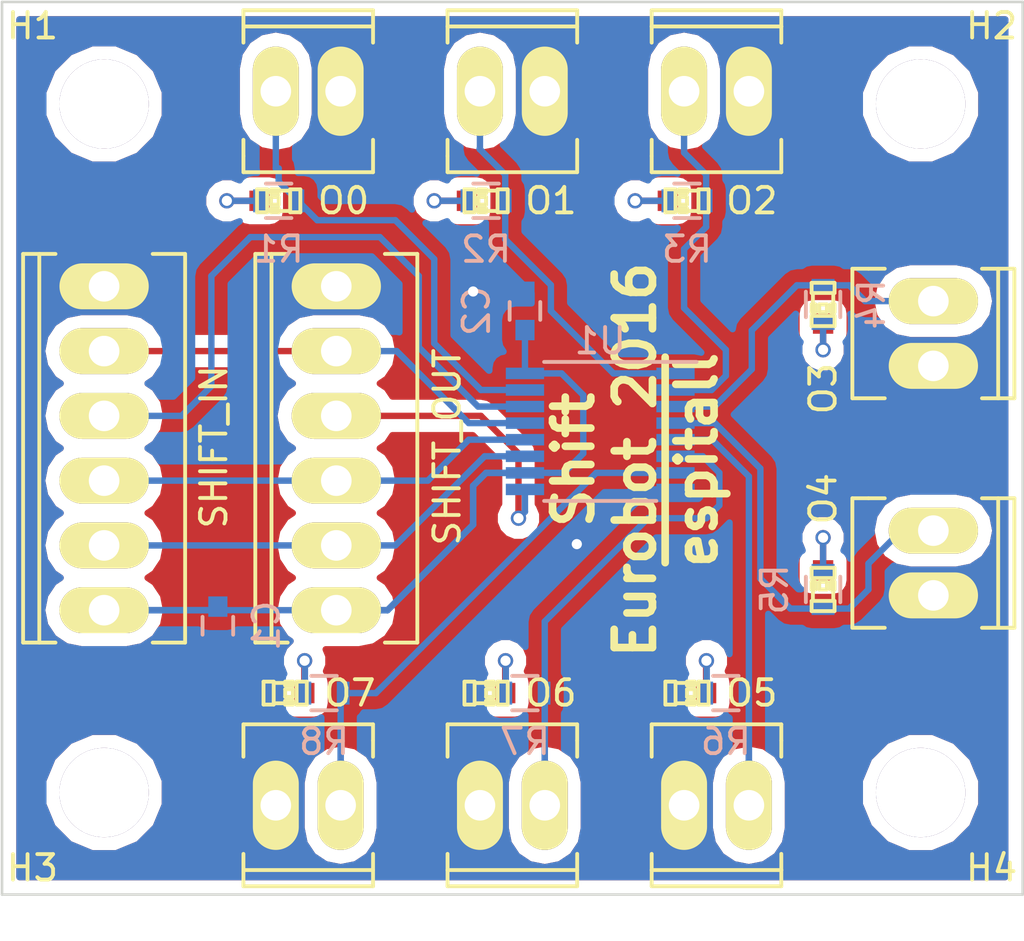
<source format=kicad_pcb>
(kicad_pcb (version 4) (host pcbnew "(2015-06-04 BZR 5708)-product")

  (general
    (links 57)
    (no_connects 0)
    (area 99.949999 99.949999 140.050001 135.050001)
    (thickness 1.6)
    (drawings 5)
    (tracks 218)
    (zones 0)
    (modules 33)
    (nets 28)
  )

  (page A4)
  (layers
    (0 F.Cu signal)
    (31 B.Cu signal)
    (32 B.Adhes user)
    (33 F.Adhes user)
    (34 B.Paste user)
    (35 F.Paste user)
    (36 B.SilkS user)
    (37 F.SilkS user)
    (38 B.Mask user)
    (39 F.Mask user)
    (40 Dwgs.User user)
    (41 Cmts.User user)
    (42 Eco1.User user)
    (43 Eco2.User user)
    (44 Edge.Cuts user)
    (45 Margin user)
    (46 B.CrtYd user)
    (47 F.CrtYd user)
    (48 B.Fab user)
    (49 F.Fab user)
  )

  (setup
    (last_trace_width 0.25)
    (user_trace_width 0.5)
    (trace_clearance 0.2)
    (zone_clearance 0.508)
    (zone_45_only no)
    (trace_min 0.2)
    (segment_width 0.2)
    (edge_width 0.1)
    (via_size 0.6)
    (via_drill 0.4)
    (via_min_size 0.4)
    (via_min_drill 0.3)
    (uvia_size 0.3)
    (uvia_drill 0.1)
    (uvias_allowed no)
    (uvia_min_size 0.2)
    (uvia_min_drill 0.1)
    (pcb_text_width 0.3)
    (pcb_text_size 1.5 1.5)
    (mod_edge_width 0.15)
    (mod_text_size 1 1)
    (mod_text_width 0.15)
    (pad_size 1.5 1.5)
    (pad_drill 0.6)
    (pad_to_mask_clearance 0)
    (aux_axis_origin 0 0)
    (grid_origin 103.984 117.449)
    (visible_elements FFFEEF7F)
    (pcbplotparams
      (layerselection 0x00030_80000001)
      (usegerberextensions false)
      (excludeedgelayer true)
      (linewidth 0.100000)
      (plotframeref false)
      (viasonmask false)
      (mode 1)
      (useauxorigin false)
      (hpglpennumber 1)
      (hpglpenspeed 20)
      (hpglpendiameter 15)
      (hpglpenoverlay 2)
      (psnegative false)
      (psa4output false)
      (plotreference true)
      (plotvalue true)
      (plotinvisibletext false)
      (padsonsilk false)
      (subtractmaskfromsilk false)
      (outputformat 1)
      (mirror false)
      (drillshape 1)
      (scaleselection 1)
      (outputdirectory ""))
  )

  (net 0 "")
  (net 1 GND)
  (net 2 VCC)
  (net 3 "Net-(D0-Pad1)")
  (net 4 "Net-(D1-Pad1)")
  (net 5 "Net-(D2-Pad1)")
  (net 6 "Net-(D3-Pad1)")
  (net 7 "Net-(D4-Pad1)")
  (net 8 "Net-(D5-Pad1)")
  (net 9 "Net-(D6-Pad1)")
  (net 10 "Net-(D7-Pad1)")
  (net 11 "Net-(O0-Pad1)")
  (net 12 "Net-(O1-Pad1)")
  (net 13 "Net-(O2-Pad1)")
  (net 14 "Net-(O3-Pad1)")
  (net 15 "Net-(O4-Pad1)")
  (net 16 "Net-(O5-Pad1)")
  (net 17 "Net-(O6-Pad1)")
  (net 18 "Net-(O7-Pad1)")
  (net 19 "Net-(SHIFT_IN1-Pad2)")
  (net 20 "Net-(SHIFT_IN1-Pad3)")
  (net 21 "Net-(SHIFT_IN1-Pad4)")
  (net 22 "Net-(SHIFT_IN1-Pad5)")
  (net 23 "Net-(SHIFT_OUT1-Pad4)")
  (net 24 "Net-(H1-Pad1)")
  (net 25 "Net-(H2-Pad1)")
  (net 26 "Net-(H3-Pad1)")
  (net 27 "Net-(H4-Pad1)")

  (net_class Default "This is the default net class."
    (clearance 0.2)
    (trace_width 0.25)
    (via_dia 0.6)
    (via_drill 0.4)
    (uvia_dia 0.3)
    (uvia_drill 0.1)
    (add_net GND)
    (add_net "Net-(D0-Pad1)")
    (add_net "Net-(D1-Pad1)")
    (add_net "Net-(D2-Pad1)")
    (add_net "Net-(D3-Pad1)")
    (add_net "Net-(D4-Pad1)")
    (add_net "Net-(D5-Pad1)")
    (add_net "Net-(D6-Pad1)")
    (add_net "Net-(D7-Pad1)")
    (add_net "Net-(H1-Pad1)")
    (add_net "Net-(H2-Pad1)")
    (add_net "Net-(H3-Pad1)")
    (add_net "Net-(H4-Pad1)")
    (add_net "Net-(O0-Pad1)")
    (add_net "Net-(O1-Pad1)")
    (add_net "Net-(O2-Pad1)")
    (add_net "Net-(O3-Pad1)")
    (add_net "Net-(O4-Pad1)")
    (add_net "Net-(O5-Pad1)")
    (add_net "Net-(O6-Pad1)")
    (add_net "Net-(O7-Pad1)")
    (add_net "Net-(SHIFT_IN1-Pad2)")
    (add_net "Net-(SHIFT_IN1-Pad3)")
    (add_net "Net-(SHIFT_IN1-Pad4)")
    (add_net "Net-(SHIFT_IN1-Pad5)")
    (add_net "Net-(SHIFT_OUT1-Pad4)")
    (add_net VCC)
  )

  (module Capacitors_SMD:C_0603 (layer B.Cu) (tedit 5415D631) (tstamp 557459A5)
    (at 108.458 124.46 90)
    (descr "Capacitor SMD 0603, reflow soldering, AVX (see smccp.pdf)")
    (tags "capacitor 0603")
    (path /55744E2B)
    (attr smd)
    (fp_text reference C1 (at 0 1.9 90) (layer B.SilkS)
      (effects (font (size 1 1) (thickness 0.15)) (justify mirror))
    )
    (fp_text value 4u7 (at 0 -1.9 90) (layer B.Fab)
      (effects (font (size 1 1) (thickness 0.15)) (justify mirror))
    )
    (fp_line (start -1.45 0.75) (end 1.45 0.75) (layer B.CrtYd) (width 0.05))
    (fp_line (start -1.45 -0.75) (end 1.45 -0.75) (layer B.CrtYd) (width 0.05))
    (fp_line (start -1.45 0.75) (end -1.45 -0.75) (layer B.CrtYd) (width 0.05))
    (fp_line (start 1.45 0.75) (end 1.45 -0.75) (layer B.CrtYd) (width 0.05))
    (fp_line (start -0.35 0.6) (end 0.35 0.6) (layer B.SilkS) (width 0.15))
    (fp_line (start 0.35 -0.6) (end -0.35 -0.6) (layer B.SilkS) (width 0.15))
    (pad 1 smd rect (at -0.75 0 90) (size 0.8 0.75) (layers B.Cu B.Paste B.Mask)
      (net 1 GND))
    (pad 2 smd rect (at 0.75 0 90) (size 0.8 0.75) (layers B.Cu B.Paste B.Mask)
      (net 2 VCC))
    (model Capacitors_SMD.3dshapes/C_0603.wrl
      (at (xyz 0 0 0))
      (scale (xyz 1 1 1))
      (rotate (xyz 0 0 0))
    )
  )

  (module Capacitors_SMD:C_0603 (layer B.Cu) (tedit 5415D631) (tstamp 557459AB)
    (at 120.494 112.115 270)
    (descr "Capacitor SMD 0603, reflow soldering, AVX (see smccp.pdf)")
    (tags "capacitor 0603")
    (path /5574509D)
    (attr smd)
    (fp_text reference C2 (at 0 1.9 270) (layer B.SilkS)
      (effects (font (size 1 1) (thickness 0.15)) (justify mirror))
    )
    (fp_text value 100n (at 0 -1.9 270) (layer B.Fab)
      (effects (font (size 1 1) (thickness 0.15)) (justify mirror))
    )
    (fp_line (start -1.45 0.75) (end 1.45 0.75) (layer B.CrtYd) (width 0.05))
    (fp_line (start -1.45 -0.75) (end 1.45 -0.75) (layer B.CrtYd) (width 0.05))
    (fp_line (start -1.45 0.75) (end -1.45 -0.75) (layer B.CrtYd) (width 0.05))
    (fp_line (start 1.45 0.75) (end 1.45 -0.75) (layer B.CrtYd) (width 0.05))
    (fp_line (start -0.35 0.6) (end 0.35 0.6) (layer B.SilkS) (width 0.15))
    (fp_line (start 0.35 -0.6) (end -0.35 -0.6) (layer B.SilkS) (width 0.15))
    (pad 1 smd rect (at -0.75 0 270) (size 0.8 0.75) (layers B.Cu B.Paste B.Mask)
      (net 1 GND))
    (pad 2 smd rect (at 0.75 0 270) (size 0.8 0.75) (layers B.Cu B.Paste B.Mask)
      (net 2 VCC))
    (model Capacitors_SMD.3dshapes/C_0603.wrl
      (at (xyz 0 0 0))
      (scale (xyz 1 1 1))
      (rotate (xyz 0 0 0))
    )
  )

  (module LEDs:LED-0603 (layer F.Cu) (tedit 55749BF1) (tstamp 557459B1)
    (at 110.842 107.797)
    (descr "LED 0603 smd package")
    (tags "LED led 0603 SMD smd SMT smt smdled SMDLED smtled SMTLED")
    (path /55747169)
    (attr smd)
    (fp_text reference D0 (at 0 -1.15) (layer F.SilkS) hide
      (effects (font (size 1 1) (thickness 0.15)))
    )
    (fp_text value LED (at 0 1.2) (layer F.Fab)
      (effects (font (size 1 1) (thickness 0.15)))
    )
    (fp_line (start -0.44958 -0.44958) (end -0.44958 0.44958) (layer F.SilkS) (width 0.15))
    (fp_line (start -0.44958 0.44958) (end -0.84836 0.44958) (layer F.SilkS) (width 0.15))
    (fp_line (start -0.84836 -0.44958) (end -0.84836 0.44958) (layer F.SilkS) (width 0.15))
    (fp_line (start -0.44958 -0.44958) (end -0.84836 -0.44958) (layer F.SilkS) (width 0.15))
    (fp_line (start 0.84836 -0.44958) (end 0.84836 0.44958) (layer F.SilkS) (width 0.15))
    (fp_line (start 0.84836 0.44958) (end 0.44958 0.44958) (layer F.SilkS) (width 0.15))
    (fp_line (start 0.44958 -0.44958) (end 0.44958 0.44958) (layer F.SilkS) (width 0.15))
    (fp_line (start 0.84836 -0.44958) (end 0.44958 -0.44958) (layer F.SilkS) (width 0.15))
    (fp_line (start 0 -0.44958) (end 0 -0.29972) (layer F.SilkS) (width 0.15))
    (fp_line (start 0 -0.29972) (end -0.29972 -0.29972) (layer F.SilkS) (width 0.15))
    (fp_line (start -0.29972 -0.44958) (end -0.29972 -0.29972) (layer F.SilkS) (width 0.15))
    (fp_line (start 0 -0.44958) (end -0.29972 -0.44958) (layer F.SilkS) (width 0.15))
    (fp_line (start 0 0.29972) (end 0 0.44958) (layer F.SilkS) (width 0.15))
    (fp_line (start 0 0.44958) (end -0.29972 0.44958) (layer F.SilkS) (width 0.15))
    (fp_line (start -0.29972 0.29972) (end -0.29972 0.44958) (layer F.SilkS) (width 0.15))
    (fp_line (start 0 0.29972) (end -0.29972 0.29972) (layer F.SilkS) (width 0.15))
    (fp_line (start 0 -0.14986) (end 0 0.14986) (layer F.SilkS) (width 0.15))
    (fp_line (start 0 0.14986) (end -0.29972 0.14986) (layer F.SilkS) (width 0.15))
    (fp_line (start -0.29972 -0.14986) (end -0.29972 0.14986) (layer F.SilkS) (width 0.15))
    (fp_line (start 0 -0.14986) (end -0.29972 -0.14986) (layer F.SilkS) (width 0.15))
    (fp_line (start -0.44958 -0.39878) (end 0.44958 -0.39878) (layer F.SilkS) (width 0.15))
    (fp_line (start -0.44958 0.39878) (end 0.44958 0.39878) (layer F.SilkS) (width 0.15))
    (pad 2 smd rect (at 0.7493 0 180) (size 0.79756 0.79756) (layers F.Cu F.Paste F.Mask)
      (net 1 GND))
    (pad 1 smd rect (at -0.7493 0 180) (size 0.79756 0.79756) (layers F.Cu F.Paste F.Mask)
      (net 3 "Net-(D0-Pad1)"))
  )

  (module LEDs:LED-0603 (layer F.Cu) (tedit 55749BF6) (tstamp 557459B7)
    (at 118.97 107.797)
    (descr "LED 0603 smd package")
    (tags "LED led 0603 SMD smd SMT smt smdled SMDLED smtled SMTLED")
    (path /55747404)
    (attr smd)
    (fp_text reference D1 (at 0 -1.15) (layer F.SilkS) hide
      (effects (font (size 1 1) (thickness 0.15)))
    )
    (fp_text value LED (at 0 1.2) (layer F.Fab)
      (effects (font (size 1 1) (thickness 0.15)))
    )
    (fp_line (start -0.44958 -0.44958) (end -0.44958 0.44958) (layer F.SilkS) (width 0.15))
    (fp_line (start -0.44958 0.44958) (end -0.84836 0.44958) (layer F.SilkS) (width 0.15))
    (fp_line (start -0.84836 -0.44958) (end -0.84836 0.44958) (layer F.SilkS) (width 0.15))
    (fp_line (start -0.44958 -0.44958) (end -0.84836 -0.44958) (layer F.SilkS) (width 0.15))
    (fp_line (start 0.84836 -0.44958) (end 0.84836 0.44958) (layer F.SilkS) (width 0.15))
    (fp_line (start 0.84836 0.44958) (end 0.44958 0.44958) (layer F.SilkS) (width 0.15))
    (fp_line (start 0.44958 -0.44958) (end 0.44958 0.44958) (layer F.SilkS) (width 0.15))
    (fp_line (start 0.84836 -0.44958) (end 0.44958 -0.44958) (layer F.SilkS) (width 0.15))
    (fp_line (start 0 -0.44958) (end 0 -0.29972) (layer F.SilkS) (width 0.15))
    (fp_line (start 0 -0.29972) (end -0.29972 -0.29972) (layer F.SilkS) (width 0.15))
    (fp_line (start -0.29972 -0.44958) (end -0.29972 -0.29972) (layer F.SilkS) (width 0.15))
    (fp_line (start 0 -0.44958) (end -0.29972 -0.44958) (layer F.SilkS) (width 0.15))
    (fp_line (start 0 0.29972) (end 0 0.44958) (layer F.SilkS) (width 0.15))
    (fp_line (start 0 0.44958) (end -0.29972 0.44958) (layer F.SilkS) (width 0.15))
    (fp_line (start -0.29972 0.29972) (end -0.29972 0.44958) (layer F.SilkS) (width 0.15))
    (fp_line (start 0 0.29972) (end -0.29972 0.29972) (layer F.SilkS) (width 0.15))
    (fp_line (start 0 -0.14986) (end 0 0.14986) (layer F.SilkS) (width 0.15))
    (fp_line (start 0 0.14986) (end -0.29972 0.14986) (layer F.SilkS) (width 0.15))
    (fp_line (start -0.29972 -0.14986) (end -0.29972 0.14986) (layer F.SilkS) (width 0.15))
    (fp_line (start 0 -0.14986) (end -0.29972 -0.14986) (layer F.SilkS) (width 0.15))
    (fp_line (start -0.44958 -0.39878) (end 0.44958 -0.39878) (layer F.SilkS) (width 0.15))
    (fp_line (start -0.44958 0.39878) (end 0.44958 0.39878) (layer F.SilkS) (width 0.15))
    (pad 2 smd rect (at 0.7493 0 180) (size 0.79756 0.79756) (layers F.Cu F.Paste F.Mask)
      (net 1 GND))
    (pad 1 smd rect (at -0.7493 0 180) (size 0.79756 0.79756) (layers F.Cu F.Paste F.Mask)
      (net 4 "Net-(D1-Pad1)"))
  )

  (module LEDs:LED-0603 (layer F.Cu) (tedit 55749BFD) (tstamp 557459BD)
    (at 126.844 107.797)
    (descr "LED 0603 smd package")
    (tags "LED led 0603 SMD smd SMT smt smdled SMDLED smtled SMTLED")
    (path /557474AC)
    (attr smd)
    (fp_text reference D2 (at 0 -1.15) (layer F.SilkS) hide
      (effects (font (size 1 1) (thickness 0.15)))
    )
    (fp_text value LED (at 0 1.2) (layer F.Fab)
      (effects (font (size 1 1) (thickness 0.15)))
    )
    (fp_line (start -0.44958 -0.44958) (end -0.44958 0.44958) (layer F.SilkS) (width 0.15))
    (fp_line (start -0.44958 0.44958) (end -0.84836 0.44958) (layer F.SilkS) (width 0.15))
    (fp_line (start -0.84836 -0.44958) (end -0.84836 0.44958) (layer F.SilkS) (width 0.15))
    (fp_line (start -0.44958 -0.44958) (end -0.84836 -0.44958) (layer F.SilkS) (width 0.15))
    (fp_line (start 0.84836 -0.44958) (end 0.84836 0.44958) (layer F.SilkS) (width 0.15))
    (fp_line (start 0.84836 0.44958) (end 0.44958 0.44958) (layer F.SilkS) (width 0.15))
    (fp_line (start 0.44958 -0.44958) (end 0.44958 0.44958) (layer F.SilkS) (width 0.15))
    (fp_line (start 0.84836 -0.44958) (end 0.44958 -0.44958) (layer F.SilkS) (width 0.15))
    (fp_line (start 0 -0.44958) (end 0 -0.29972) (layer F.SilkS) (width 0.15))
    (fp_line (start 0 -0.29972) (end -0.29972 -0.29972) (layer F.SilkS) (width 0.15))
    (fp_line (start -0.29972 -0.44958) (end -0.29972 -0.29972) (layer F.SilkS) (width 0.15))
    (fp_line (start 0 -0.44958) (end -0.29972 -0.44958) (layer F.SilkS) (width 0.15))
    (fp_line (start 0 0.29972) (end 0 0.44958) (layer F.SilkS) (width 0.15))
    (fp_line (start 0 0.44958) (end -0.29972 0.44958) (layer F.SilkS) (width 0.15))
    (fp_line (start -0.29972 0.29972) (end -0.29972 0.44958) (layer F.SilkS) (width 0.15))
    (fp_line (start 0 0.29972) (end -0.29972 0.29972) (layer F.SilkS) (width 0.15))
    (fp_line (start 0 -0.14986) (end 0 0.14986) (layer F.SilkS) (width 0.15))
    (fp_line (start 0 0.14986) (end -0.29972 0.14986) (layer F.SilkS) (width 0.15))
    (fp_line (start -0.29972 -0.14986) (end -0.29972 0.14986) (layer F.SilkS) (width 0.15))
    (fp_line (start 0 -0.14986) (end -0.29972 -0.14986) (layer F.SilkS) (width 0.15))
    (fp_line (start -0.44958 -0.39878) (end 0.44958 -0.39878) (layer F.SilkS) (width 0.15))
    (fp_line (start -0.44958 0.39878) (end 0.44958 0.39878) (layer F.SilkS) (width 0.15))
    (pad 2 smd rect (at 0.7493 0 180) (size 0.79756 0.79756) (layers F.Cu F.Paste F.Mask)
      (net 1 GND))
    (pad 1 smd rect (at -0.7493 0 180) (size 0.79756 0.79756) (layers F.Cu F.Paste F.Mask)
      (net 5 "Net-(D2-Pad1)"))
  )

  (module LEDs:LED-0603 (layer F.Cu) (tedit 55749C00) (tstamp 557459C3)
    (at 132.178 111.861 90)
    (descr "LED 0603 smd package")
    (tags "LED led 0603 SMD smd SMT smt smdled SMDLED smtled SMTLED")
    (path /5574772C)
    (attr smd)
    (fp_text reference D3 (at 0 -1.15 90) (layer F.SilkS) hide
      (effects (font (size 1 1) (thickness 0.15)))
    )
    (fp_text value LED (at 0 1.2 90) (layer F.Fab)
      (effects (font (size 1 1) (thickness 0.15)))
    )
    (fp_line (start -0.44958 -0.44958) (end -0.44958 0.44958) (layer F.SilkS) (width 0.15))
    (fp_line (start -0.44958 0.44958) (end -0.84836 0.44958) (layer F.SilkS) (width 0.15))
    (fp_line (start -0.84836 -0.44958) (end -0.84836 0.44958) (layer F.SilkS) (width 0.15))
    (fp_line (start -0.44958 -0.44958) (end -0.84836 -0.44958) (layer F.SilkS) (width 0.15))
    (fp_line (start 0.84836 -0.44958) (end 0.84836 0.44958) (layer F.SilkS) (width 0.15))
    (fp_line (start 0.84836 0.44958) (end 0.44958 0.44958) (layer F.SilkS) (width 0.15))
    (fp_line (start 0.44958 -0.44958) (end 0.44958 0.44958) (layer F.SilkS) (width 0.15))
    (fp_line (start 0.84836 -0.44958) (end 0.44958 -0.44958) (layer F.SilkS) (width 0.15))
    (fp_line (start 0 -0.44958) (end 0 -0.29972) (layer F.SilkS) (width 0.15))
    (fp_line (start 0 -0.29972) (end -0.29972 -0.29972) (layer F.SilkS) (width 0.15))
    (fp_line (start -0.29972 -0.44958) (end -0.29972 -0.29972) (layer F.SilkS) (width 0.15))
    (fp_line (start 0 -0.44958) (end -0.29972 -0.44958) (layer F.SilkS) (width 0.15))
    (fp_line (start 0 0.29972) (end 0 0.44958) (layer F.SilkS) (width 0.15))
    (fp_line (start 0 0.44958) (end -0.29972 0.44958) (layer F.SilkS) (width 0.15))
    (fp_line (start -0.29972 0.29972) (end -0.29972 0.44958) (layer F.SilkS) (width 0.15))
    (fp_line (start 0 0.29972) (end -0.29972 0.29972) (layer F.SilkS) (width 0.15))
    (fp_line (start 0 -0.14986) (end 0 0.14986) (layer F.SilkS) (width 0.15))
    (fp_line (start 0 0.14986) (end -0.29972 0.14986) (layer F.SilkS) (width 0.15))
    (fp_line (start -0.29972 -0.14986) (end -0.29972 0.14986) (layer F.SilkS) (width 0.15))
    (fp_line (start 0 -0.14986) (end -0.29972 -0.14986) (layer F.SilkS) (width 0.15))
    (fp_line (start -0.44958 -0.39878) (end 0.44958 -0.39878) (layer F.SilkS) (width 0.15))
    (fp_line (start -0.44958 0.39878) (end 0.44958 0.39878) (layer F.SilkS) (width 0.15))
    (pad 2 smd rect (at 0.7493 0 270) (size 0.79756 0.79756) (layers F.Cu F.Paste F.Mask)
      (net 1 GND))
    (pad 1 smd rect (at -0.7493 0 270) (size 0.79756 0.79756) (layers F.Cu F.Paste F.Mask)
      (net 6 "Net-(D3-Pad1)"))
  )

  (module LEDs:LED-0603 (layer F.Cu) (tedit 55749C04) (tstamp 557459C9)
    (at 132.178 123.037 270)
    (descr "LED 0603 smd package")
    (tags "LED led 0603 SMD smd SMT smt smdled SMDLED smtled SMTLED")
    (path /55747741)
    (attr smd)
    (fp_text reference D4 (at 0 -1.15 270) (layer F.SilkS) hide
      (effects (font (size 1 1) (thickness 0.15)))
    )
    (fp_text value LED (at 0 1.2 270) (layer F.Fab)
      (effects (font (size 1 1) (thickness 0.15)))
    )
    (fp_line (start -0.44958 -0.44958) (end -0.44958 0.44958) (layer F.SilkS) (width 0.15))
    (fp_line (start -0.44958 0.44958) (end -0.84836 0.44958) (layer F.SilkS) (width 0.15))
    (fp_line (start -0.84836 -0.44958) (end -0.84836 0.44958) (layer F.SilkS) (width 0.15))
    (fp_line (start -0.44958 -0.44958) (end -0.84836 -0.44958) (layer F.SilkS) (width 0.15))
    (fp_line (start 0.84836 -0.44958) (end 0.84836 0.44958) (layer F.SilkS) (width 0.15))
    (fp_line (start 0.84836 0.44958) (end 0.44958 0.44958) (layer F.SilkS) (width 0.15))
    (fp_line (start 0.44958 -0.44958) (end 0.44958 0.44958) (layer F.SilkS) (width 0.15))
    (fp_line (start 0.84836 -0.44958) (end 0.44958 -0.44958) (layer F.SilkS) (width 0.15))
    (fp_line (start 0 -0.44958) (end 0 -0.29972) (layer F.SilkS) (width 0.15))
    (fp_line (start 0 -0.29972) (end -0.29972 -0.29972) (layer F.SilkS) (width 0.15))
    (fp_line (start -0.29972 -0.44958) (end -0.29972 -0.29972) (layer F.SilkS) (width 0.15))
    (fp_line (start 0 -0.44958) (end -0.29972 -0.44958) (layer F.SilkS) (width 0.15))
    (fp_line (start 0 0.29972) (end 0 0.44958) (layer F.SilkS) (width 0.15))
    (fp_line (start 0 0.44958) (end -0.29972 0.44958) (layer F.SilkS) (width 0.15))
    (fp_line (start -0.29972 0.29972) (end -0.29972 0.44958) (layer F.SilkS) (width 0.15))
    (fp_line (start 0 0.29972) (end -0.29972 0.29972) (layer F.SilkS) (width 0.15))
    (fp_line (start 0 -0.14986) (end 0 0.14986) (layer F.SilkS) (width 0.15))
    (fp_line (start 0 0.14986) (end -0.29972 0.14986) (layer F.SilkS) (width 0.15))
    (fp_line (start -0.29972 -0.14986) (end -0.29972 0.14986) (layer F.SilkS) (width 0.15))
    (fp_line (start 0 -0.14986) (end -0.29972 -0.14986) (layer F.SilkS) (width 0.15))
    (fp_line (start -0.44958 -0.39878) (end 0.44958 -0.39878) (layer F.SilkS) (width 0.15))
    (fp_line (start -0.44958 0.39878) (end 0.44958 0.39878) (layer F.SilkS) (width 0.15))
    (pad 2 smd rect (at 0.7493 0 90) (size 0.79756 0.79756) (layers F.Cu F.Paste F.Mask)
      (net 1 GND))
    (pad 1 smd rect (at -0.7493 0 90) (size 0.79756 0.79756) (layers F.Cu F.Paste F.Mask)
      (net 7 "Net-(D4-Pad1)"))
  )

  (module LEDs:LED-0603 (layer F.Cu) (tedit 55749C13) (tstamp 557459CF)
    (at 126.844 127.101 180)
    (descr "LED 0603 smd package")
    (tags "LED led 0603 SMD smd SMT smt smdled SMDLED smtled SMTLED")
    (path /55747A09)
    (attr smd)
    (fp_text reference D5 (at 0 -1.15 180) (layer F.SilkS) hide
      (effects (font (size 1 1) (thickness 0.15)))
    )
    (fp_text value LED (at 0 1.2 180) (layer F.Fab)
      (effects (font (size 1 1) (thickness 0.15)))
    )
    (fp_line (start -0.44958 -0.44958) (end -0.44958 0.44958) (layer F.SilkS) (width 0.15))
    (fp_line (start -0.44958 0.44958) (end -0.84836 0.44958) (layer F.SilkS) (width 0.15))
    (fp_line (start -0.84836 -0.44958) (end -0.84836 0.44958) (layer F.SilkS) (width 0.15))
    (fp_line (start -0.44958 -0.44958) (end -0.84836 -0.44958) (layer F.SilkS) (width 0.15))
    (fp_line (start 0.84836 -0.44958) (end 0.84836 0.44958) (layer F.SilkS) (width 0.15))
    (fp_line (start 0.84836 0.44958) (end 0.44958 0.44958) (layer F.SilkS) (width 0.15))
    (fp_line (start 0.44958 -0.44958) (end 0.44958 0.44958) (layer F.SilkS) (width 0.15))
    (fp_line (start 0.84836 -0.44958) (end 0.44958 -0.44958) (layer F.SilkS) (width 0.15))
    (fp_line (start 0 -0.44958) (end 0 -0.29972) (layer F.SilkS) (width 0.15))
    (fp_line (start 0 -0.29972) (end -0.29972 -0.29972) (layer F.SilkS) (width 0.15))
    (fp_line (start -0.29972 -0.44958) (end -0.29972 -0.29972) (layer F.SilkS) (width 0.15))
    (fp_line (start 0 -0.44958) (end -0.29972 -0.44958) (layer F.SilkS) (width 0.15))
    (fp_line (start 0 0.29972) (end 0 0.44958) (layer F.SilkS) (width 0.15))
    (fp_line (start 0 0.44958) (end -0.29972 0.44958) (layer F.SilkS) (width 0.15))
    (fp_line (start -0.29972 0.29972) (end -0.29972 0.44958) (layer F.SilkS) (width 0.15))
    (fp_line (start 0 0.29972) (end -0.29972 0.29972) (layer F.SilkS) (width 0.15))
    (fp_line (start 0 -0.14986) (end 0 0.14986) (layer F.SilkS) (width 0.15))
    (fp_line (start 0 0.14986) (end -0.29972 0.14986) (layer F.SilkS) (width 0.15))
    (fp_line (start -0.29972 -0.14986) (end -0.29972 0.14986) (layer F.SilkS) (width 0.15))
    (fp_line (start 0 -0.14986) (end -0.29972 -0.14986) (layer F.SilkS) (width 0.15))
    (fp_line (start -0.44958 -0.39878) (end 0.44958 -0.39878) (layer F.SilkS) (width 0.15))
    (fp_line (start -0.44958 0.39878) (end 0.44958 0.39878) (layer F.SilkS) (width 0.15))
    (pad 2 smd rect (at 0.7493 0) (size 0.79756 0.79756) (layers F.Cu F.Paste F.Mask)
      (net 1 GND))
    (pad 1 smd rect (at -0.7493 0) (size 0.79756 0.79756) (layers F.Cu F.Paste F.Mask)
      (net 8 "Net-(D5-Pad1)"))
  )

  (module LEDs:LED-0603 (layer F.Cu) (tedit 55749C10) (tstamp 557459D5)
    (at 118.97 127.101 180)
    (descr "LED 0603 smd package")
    (tags "LED led 0603 SMD smd SMT smt smdled SMDLED smtled SMTLED")
    (path /55747A1E)
    (attr smd)
    (fp_text reference D6 (at 0 -1.15 180) (layer F.SilkS) hide
      (effects (font (size 1 1) (thickness 0.15)))
    )
    (fp_text value LED (at 0 1.2 180) (layer F.Fab)
      (effects (font (size 1 1) (thickness 0.15)))
    )
    (fp_line (start -0.44958 -0.44958) (end -0.44958 0.44958) (layer F.SilkS) (width 0.15))
    (fp_line (start -0.44958 0.44958) (end -0.84836 0.44958) (layer F.SilkS) (width 0.15))
    (fp_line (start -0.84836 -0.44958) (end -0.84836 0.44958) (layer F.SilkS) (width 0.15))
    (fp_line (start -0.44958 -0.44958) (end -0.84836 -0.44958) (layer F.SilkS) (width 0.15))
    (fp_line (start 0.84836 -0.44958) (end 0.84836 0.44958) (layer F.SilkS) (width 0.15))
    (fp_line (start 0.84836 0.44958) (end 0.44958 0.44958) (layer F.SilkS) (width 0.15))
    (fp_line (start 0.44958 -0.44958) (end 0.44958 0.44958) (layer F.SilkS) (width 0.15))
    (fp_line (start 0.84836 -0.44958) (end 0.44958 -0.44958) (layer F.SilkS) (width 0.15))
    (fp_line (start 0 -0.44958) (end 0 -0.29972) (layer F.SilkS) (width 0.15))
    (fp_line (start 0 -0.29972) (end -0.29972 -0.29972) (layer F.SilkS) (width 0.15))
    (fp_line (start -0.29972 -0.44958) (end -0.29972 -0.29972) (layer F.SilkS) (width 0.15))
    (fp_line (start 0 -0.44958) (end -0.29972 -0.44958) (layer F.SilkS) (width 0.15))
    (fp_line (start 0 0.29972) (end 0 0.44958) (layer F.SilkS) (width 0.15))
    (fp_line (start 0 0.44958) (end -0.29972 0.44958) (layer F.SilkS) (width 0.15))
    (fp_line (start -0.29972 0.29972) (end -0.29972 0.44958) (layer F.SilkS) (width 0.15))
    (fp_line (start 0 0.29972) (end -0.29972 0.29972) (layer F.SilkS) (width 0.15))
    (fp_line (start 0 -0.14986) (end 0 0.14986) (layer F.SilkS) (width 0.15))
    (fp_line (start 0 0.14986) (end -0.29972 0.14986) (layer F.SilkS) (width 0.15))
    (fp_line (start -0.29972 -0.14986) (end -0.29972 0.14986) (layer F.SilkS) (width 0.15))
    (fp_line (start 0 -0.14986) (end -0.29972 -0.14986) (layer F.SilkS) (width 0.15))
    (fp_line (start -0.44958 -0.39878) (end 0.44958 -0.39878) (layer F.SilkS) (width 0.15))
    (fp_line (start -0.44958 0.39878) (end 0.44958 0.39878) (layer F.SilkS) (width 0.15))
    (pad 2 smd rect (at 0.7493 0) (size 0.79756 0.79756) (layers F.Cu F.Paste F.Mask)
      (net 1 GND))
    (pad 1 smd rect (at -0.7493 0) (size 0.79756 0.79756) (layers F.Cu F.Paste F.Mask)
      (net 9 "Net-(D6-Pad1)"))
  )

  (module LEDs:LED-0603 (layer F.Cu) (tedit 55749C0D) (tstamp 557459DB)
    (at 111.096 127.101 180)
    (descr "LED 0603 smd package")
    (tags "LED led 0603 SMD smd SMT smt smdled SMDLED smtled SMTLED")
    (path /55747A33)
    (attr smd)
    (fp_text reference D7 (at 0 -1.15 180) (layer F.SilkS) hide
      (effects (font (size 1 1) (thickness 0.15)))
    )
    (fp_text value LED (at 0 1.2 180) (layer F.Fab)
      (effects (font (size 1 1) (thickness 0.15)))
    )
    (fp_line (start -0.44958 -0.44958) (end -0.44958 0.44958) (layer F.SilkS) (width 0.15))
    (fp_line (start -0.44958 0.44958) (end -0.84836 0.44958) (layer F.SilkS) (width 0.15))
    (fp_line (start -0.84836 -0.44958) (end -0.84836 0.44958) (layer F.SilkS) (width 0.15))
    (fp_line (start -0.44958 -0.44958) (end -0.84836 -0.44958) (layer F.SilkS) (width 0.15))
    (fp_line (start 0.84836 -0.44958) (end 0.84836 0.44958) (layer F.SilkS) (width 0.15))
    (fp_line (start 0.84836 0.44958) (end 0.44958 0.44958) (layer F.SilkS) (width 0.15))
    (fp_line (start 0.44958 -0.44958) (end 0.44958 0.44958) (layer F.SilkS) (width 0.15))
    (fp_line (start 0.84836 -0.44958) (end 0.44958 -0.44958) (layer F.SilkS) (width 0.15))
    (fp_line (start 0 -0.44958) (end 0 -0.29972) (layer F.SilkS) (width 0.15))
    (fp_line (start 0 -0.29972) (end -0.29972 -0.29972) (layer F.SilkS) (width 0.15))
    (fp_line (start -0.29972 -0.44958) (end -0.29972 -0.29972) (layer F.SilkS) (width 0.15))
    (fp_line (start 0 -0.44958) (end -0.29972 -0.44958) (layer F.SilkS) (width 0.15))
    (fp_line (start 0 0.29972) (end 0 0.44958) (layer F.SilkS) (width 0.15))
    (fp_line (start 0 0.44958) (end -0.29972 0.44958) (layer F.SilkS) (width 0.15))
    (fp_line (start -0.29972 0.29972) (end -0.29972 0.44958) (layer F.SilkS) (width 0.15))
    (fp_line (start 0 0.29972) (end -0.29972 0.29972) (layer F.SilkS) (width 0.15))
    (fp_line (start 0 -0.14986) (end 0 0.14986) (layer F.SilkS) (width 0.15))
    (fp_line (start 0 0.14986) (end -0.29972 0.14986) (layer F.SilkS) (width 0.15))
    (fp_line (start -0.29972 -0.14986) (end -0.29972 0.14986) (layer F.SilkS) (width 0.15))
    (fp_line (start 0 -0.14986) (end -0.29972 -0.14986) (layer F.SilkS) (width 0.15))
    (fp_line (start -0.44958 -0.39878) (end 0.44958 -0.39878) (layer F.SilkS) (width 0.15))
    (fp_line (start -0.44958 0.39878) (end 0.44958 0.39878) (layer F.SilkS) (width 0.15))
    (pad 2 smd rect (at 0.7493 0) (size 0.79756 0.79756) (layers F.Cu F.Paste F.Mask)
      (net 1 GND))
    (pad 1 smd rect (at -0.7493 0) (size 0.79756 0.79756) (layers F.Cu F.Paste F.Mask)
      (net 10 "Net-(D7-Pad1)"))
  )

  (module Sockets_MOLEX_KK-System:Socket_MOLEX-KK-RM2-54mm_Lock_2pin_straight (layer F.Cu) (tedit 55749C3C) (tstamp 557459E1)
    (at 112 103.5)
    (descr "Socket, MOLEX, KK, RM 2.54mm, Lock, 2pin, straight,")
    (tags "Socket, MOLEX, KK, RM 2.54mm, Lock, 2pin, straight,")
    (path /557453FB)
    (fp_text reference O0 (at 1.382 4.297) (layer F.SilkS)
      (effects (font (size 1 1) (thickness 0.15)))
    )
    (fp_text value CONN_2 (at -0.635 5.08) (layer F.Fab)
      (effects (font (size 1 1) (thickness 0.15)))
    )
    (fp_line (start -2.54 -2.54) (end 2.54 -2.54) (layer F.SilkS) (width 0.15))
    (fp_line (start 2.54 3.175) (end 2.54 1.905) (layer F.SilkS) (width 0.15))
    (fp_line (start 2.54 -2.54) (end 2.54 -1.905) (layer F.SilkS) (width 0.15))
    (fp_line (start -2.54 2.54) (end -2.54 1.905) (layer F.SilkS) (width 0.15))
    (fp_line (start -2.54 -2.54) (end -2.54 -1.905) (layer F.SilkS) (width 0.15))
    (fp_line (start -2.54 -2.54) (end -2.54 -3.175) (layer F.SilkS) (width 0.15))
    (fp_line (start -2.54 -3.175) (end 2.54 -3.175) (layer F.SilkS) (width 0.15))
    (fp_line (start 2.54 -3.175) (end 2.54 -2.54) (layer F.SilkS) (width 0.15))
    (fp_line (start 2.54 3.175) (end -2.54 3.175) (layer F.SilkS) (width 0.15))
    (fp_line (start -2.54 3.175) (end -2.54 2.54) (layer F.SilkS) (width 0.15))
    (pad 1 thru_hole oval (at -1.27 0) (size 1.80086 3.50012) (drill 1.19888) (layers *.Cu *.Mask F.SilkS)
      (net 11 "Net-(O0-Pad1)"))
    (pad 2 thru_hole oval (at 1.27 0) (size 1.80086 3.50012) (drill 1.19888) (layers *.Cu *.Mask F.SilkS)
      (net 1 GND))
  )

  (module Sockets_MOLEX_KK-System:Socket_MOLEX-KK-RM2-54mm_Lock_2pin_straight (layer F.Cu) (tedit 55749C38) (tstamp 557459E7)
    (at 120 103.5)
    (descr "Socket, MOLEX, KK, RM 2.54mm, Lock, 2pin, straight,")
    (tags "Socket, MOLEX, KK, RM 2.54mm, Lock, 2pin, straight,")
    (path /55745614)
    (fp_text reference O1 (at 1.51 4.297) (layer F.SilkS)
      (effects (font (size 1 1) (thickness 0.15)))
    )
    (fp_text value CONN_2 (at -0.635 5.08) (layer F.Fab)
      (effects (font (size 1 1) (thickness 0.15)))
    )
    (fp_line (start -2.54 -2.54) (end 2.54 -2.54) (layer F.SilkS) (width 0.15))
    (fp_line (start 2.54 3.175) (end 2.54 1.905) (layer F.SilkS) (width 0.15))
    (fp_line (start 2.54 -2.54) (end 2.54 -1.905) (layer F.SilkS) (width 0.15))
    (fp_line (start -2.54 2.54) (end -2.54 1.905) (layer F.SilkS) (width 0.15))
    (fp_line (start -2.54 -2.54) (end -2.54 -1.905) (layer F.SilkS) (width 0.15))
    (fp_line (start -2.54 -2.54) (end -2.54 -3.175) (layer F.SilkS) (width 0.15))
    (fp_line (start -2.54 -3.175) (end 2.54 -3.175) (layer F.SilkS) (width 0.15))
    (fp_line (start 2.54 -3.175) (end 2.54 -2.54) (layer F.SilkS) (width 0.15))
    (fp_line (start 2.54 3.175) (end -2.54 3.175) (layer F.SilkS) (width 0.15))
    (fp_line (start -2.54 3.175) (end -2.54 2.54) (layer F.SilkS) (width 0.15))
    (pad 1 thru_hole oval (at -1.27 0) (size 1.80086 3.50012) (drill 1.19888) (layers *.Cu *.Mask F.SilkS)
      (net 12 "Net-(O1-Pad1)"))
    (pad 2 thru_hole oval (at 1.27 0) (size 1.80086 3.50012) (drill 1.19888) (layers *.Cu *.Mask F.SilkS)
      (net 1 GND))
  )

  (module Sockets_MOLEX_KK-System:Socket_MOLEX-KK-RM2-54mm_Lock_2pin_straight (layer F.Cu) (tedit 55749C34) (tstamp 557459ED)
    (at 128 103.5)
    (descr "Socket, MOLEX, KK, RM 2.54mm, Lock, 2pin, straight,")
    (tags "Socket, MOLEX, KK, RM 2.54mm, Lock, 2pin, straight,")
    (path /55745706)
    (fp_text reference O2 (at 1.384 4.297) (layer F.SilkS)
      (effects (font (size 1 1) (thickness 0.15)))
    )
    (fp_text value CONN_2 (at -0.635 5.08) (layer F.Fab)
      (effects (font (size 1 1) (thickness 0.15)))
    )
    (fp_line (start -2.54 -2.54) (end 2.54 -2.54) (layer F.SilkS) (width 0.15))
    (fp_line (start 2.54 3.175) (end 2.54 1.905) (layer F.SilkS) (width 0.15))
    (fp_line (start 2.54 -2.54) (end 2.54 -1.905) (layer F.SilkS) (width 0.15))
    (fp_line (start -2.54 2.54) (end -2.54 1.905) (layer F.SilkS) (width 0.15))
    (fp_line (start -2.54 -2.54) (end -2.54 -1.905) (layer F.SilkS) (width 0.15))
    (fp_line (start -2.54 -2.54) (end -2.54 -3.175) (layer F.SilkS) (width 0.15))
    (fp_line (start -2.54 -3.175) (end 2.54 -3.175) (layer F.SilkS) (width 0.15))
    (fp_line (start 2.54 -3.175) (end 2.54 -2.54) (layer F.SilkS) (width 0.15))
    (fp_line (start 2.54 3.175) (end -2.54 3.175) (layer F.SilkS) (width 0.15))
    (fp_line (start -2.54 3.175) (end -2.54 2.54) (layer F.SilkS) (width 0.15))
    (pad 1 thru_hole oval (at -1.27 0) (size 1.80086 3.50012) (drill 1.19888) (layers *.Cu *.Mask F.SilkS)
      (net 13 "Net-(O2-Pad1)"))
    (pad 2 thru_hole oval (at 1.27 0) (size 1.80086 3.50012) (drill 1.19888) (layers *.Cu *.Mask F.SilkS)
      (net 1 GND))
  )

  (module Sockets_MOLEX_KK-System:Socket_MOLEX-KK-RM2-54mm_Lock_2pin_straight (layer F.Cu) (tedit 55749C2B) (tstamp 557459F3)
    (at 136.5 113 270)
    (descr "Socket, MOLEX, KK, RM 2.54mm, Lock, 2pin, straight,")
    (tags "Socket, MOLEX, KK, RM 2.54mm, Lock, 2pin, straight,")
    (path /55745714)
    (fp_text reference O3 (at 2.163 4.322 270) (layer F.SilkS)
      (effects (font (size 1 1) (thickness 0.15)))
    )
    (fp_text value CONN_2 (at -0.635 5.08 270) (layer F.Fab)
      (effects (font (size 1 1) (thickness 0.15)))
    )
    (fp_line (start -2.54 -2.54) (end 2.54 -2.54) (layer F.SilkS) (width 0.15))
    (fp_line (start 2.54 3.175) (end 2.54 1.905) (layer F.SilkS) (width 0.15))
    (fp_line (start 2.54 -2.54) (end 2.54 -1.905) (layer F.SilkS) (width 0.15))
    (fp_line (start -2.54 2.54) (end -2.54 1.905) (layer F.SilkS) (width 0.15))
    (fp_line (start -2.54 -2.54) (end -2.54 -1.905) (layer F.SilkS) (width 0.15))
    (fp_line (start -2.54 -2.54) (end -2.54 -3.175) (layer F.SilkS) (width 0.15))
    (fp_line (start -2.54 -3.175) (end 2.54 -3.175) (layer F.SilkS) (width 0.15))
    (fp_line (start 2.54 -3.175) (end 2.54 -2.54) (layer F.SilkS) (width 0.15))
    (fp_line (start 2.54 3.175) (end -2.54 3.175) (layer F.SilkS) (width 0.15))
    (fp_line (start -2.54 3.175) (end -2.54 2.54) (layer F.SilkS) (width 0.15))
    (pad 1 thru_hole oval (at -1.27 0 270) (size 1.80086 3.50012) (drill 1.19888) (layers *.Cu *.Mask F.SilkS)
      (net 14 "Net-(O3-Pad1)"))
    (pad 2 thru_hole oval (at 1.27 0 270) (size 1.80086 3.50012) (drill 1.19888) (layers *.Cu *.Mask F.SilkS)
      (net 1 GND))
  )

  (module Sockets_MOLEX_KK-System:Socket_MOLEX-KK-RM2-54mm_Lock_2pin_straight (layer F.Cu) (tedit 55749C29) (tstamp 557459F9)
    (at 136.5 122 270)
    (descr "Socket, MOLEX, KK, RM 2.54mm, Lock, 2pin, straight,")
    (tags "Socket, MOLEX, KK, RM 2.54mm, Lock, 2pin, straight,")
    (path /557459EA)
    (fp_text reference O4 (at -2.519 4.322 270) (layer F.SilkS)
      (effects (font (size 1 1) (thickness 0.15)))
    )
    (fp_text value CONN_2 (at -0.635 5.08 270) (layer F.Fab)
      (effects (font (size 1 1) (thickness 0.15)))
    )
    (fp_line (start -2.54 -2.54) (end 2.54 -2.54) (layer F.SilkS) (width 0.15))
    (fp_line (start 2.54 3.175) (end 2.54 1.905) (layer F.SilkS) (width 0.15))
    (fp_line (start 2.54 -2.54) (end 2.54 -1.905) (layer F.SilkS) (width 0.15))
    (fp_line (start -2.54 2.54) (end -2.54 1.905) (layer F.SilkS) (width 0.15))
    (fp_line (start -2.54 -2.54) (end -2.54 -1.905) (layer F.SilkS) (width 0.15))
    (fp_line (start -2.54 -2.54) (end -2.54 -3.175) (layer F.SilkS) (width 0.15))
    (fp_line (start -2.54 -3.175) (end 2.54 -3.175) (layer F.SilkS) (width 0.15))
    (fp_line (start 2.54 -3.175) (end 2.54 -2.54) (layer F.SilkS) (width 0.15))
    (fp_line (start 2.54 3.175) (end -2.54 3.175) (layer F.SilkS) (width 0.15))
    (fp_line (start -2.54 3.175) (end -2.54 2.54) (layer F.SilkS) (width 0.15))
    (pad 1 thru_hole oval (at -1.27 0 270) (size 1.80086 3.50012) (drill 1.19888) (layers *.Cu *.Mask F.SilkS)
      (net 15 "Net-(O4-Pad1)"))
    (pad 2 thru_hole oval (at 1.27 0 270) (size 1.80086 3.50012) (drill 1.19888) (layers *.Cu *.Mask F.SilkS)
      (net 1 GND))
  )

  (module Sockets_MOLEX_KK-System:Socket_MOLEX-KK-RM2-54mm_Lock_2pin_straight (layer F.Cu) (tedit 55749C22) (tstamp 557459FF)
    (at 128 131.5 180)
    (descr "Socket, MOLEX, KK, RM 2.54mm, Lock, 2pin, straight,")
    (tags "Socket, MOLEX, KK, RM 2.54mm, Lock, 2pin, straight,")
    (path /557459F8)
    (fp_text reference O5 (at -1.384 4.399 180) (layer F.SilkS)
      (effects (font (size 1 1) (thickness 0.15)))
    )
    (fp_text value CONN_2 (at -0.635 5.08 180) (layer F.Fab)
      (effects (font (size 1 1) (thickness 0.15)))
    )
    (fp_line (start -2.54 -2.54) (end 2.54 -2.54) (layer F.SilkS) (width 0.15))
    (fp_line (start 2.54 3.175) (end 2.54 1.905) (layer F.SilkS) (width 0.15))
    (fp_line (start 2.54 -2.54) (end 2.54 -1.905) (layer F.SilkS) (width 0.15))
    (fp_line (start -2.54 2.54) (end -2.54 1.905) (layer F.SilkS) (width 0.15))
    (fp_line (start -2.54 -2.54) (end -2.54 -1.905) (layer F.SilkS) (width 0.15))
    (fp_line (start -2.54 -2.54) (end -2.54 -3.175) (layer F.SilkS) (width 0.15))
    (fp_line (start -2.54 -3.175) (end 2.54 -3.175) (layer F.SilkS) (width 0.15))
    (fp_line (start 2.54 -3.175) (end 2.54 -2.54) (layer F.SilkS) (width 0.15))
    (fp_line (start 2.54 3.175) (end -2.54 3.175) (layer F.SilkS) (width 0.15))
    (fp_line (start -2.54 3.175) (end -2.54 2.54) (layer F.SilkS) (width 0.15))
    (pad 1 thru_hole oval (at -1.27 0 180) (size 1.80086 3.50012) (drill 1.19888) (layers *.Cu *.Mask F.SilkS)
      (net 16 "Net-(O5-Pad1)"))
    (pad 2 thru_hole oval (at 1.27 0 180) (size 1.80086 3.50012) (drill 1.19888) (layers *.Cu *.Mask F.SilkS)
      (net 1 GND))
  )

  (module Sockets_MOLEX_KK-System:Socket_MOLEX-KK-RM2-54mm_Lock_2pin_straight (layer F.Cu) (tedit 55749C1A) (tstamp 55745A05)
    (at 120 131.5 180)
    (descr "Socket, MOLEX, KK, RM 2.54mm, Lock, 2pin, straight,")
    (tags "Socket, MOLEX, KK, RM 2.54mm, Lock, 2pin, straight,")
    (path /55745A06)
    (fp_text reference O6 (at -1.51 4.399 180) (layer F.SilkS)
      (effects (font (size 1 1) (thickness 0.15)))
    )
    (fp_text value CONN_2 (at -0.635 5.08 180) (layer F.Fab)
      (effects (font (size 1 1) (thickness 0.15)))
    )
    (fp_line (start -2.54 -2.54) (end 2.54 -2.54) (layer F.SilkS) (width 0.15))
    (fp_line (start 2.54 3.175) (end 2.54 1.905) (layer F.SilkS) (width 0.15))
    (fp_line (start 2.54 -2.54) (end 2.54 -1.905) (layer F.SilkS) (width 0.15))
    (fp_line (start -2.54 2.54) (end -2.54 1.905) (layer F.SilkS) (width 0.15))
    (fp_line (start -2.54 -2.54) (end -2.54 -1.905) (layer F.SilkS) (width 0.15))
    (fp_line (start -2.54 -2.54) (end -2.54 -3.175) (layer F.SilkS) (width 0.15))
    (fp_line (start -2.54 -3.175) (end 2.54 -3.175) (layer F.SilkS) (width 0.15))
    (fp_line (start 2.54 -3.175) (end 2.54 -2.54) (layer F.SilkS) (width 0.15))
    (fp_line (start 2.54 3.175) (end -2.54 3.175) (layer F.SilkS) (width 0.15))
    (fp_line (start -2.54 3.175) (end -2.54 2.54) (layer F.SilkS) (width 0.15))
    (pad 1 thru_hole oval (at -1.27 0 180) (size 1.80086 3.50012) (drill 1.19888) (layers *.Cu *.Mask F.SilkS)
      (net 17 "Net-(O6-Pad1)"))
    (pad 2 thru_hole oval (at 1.27 0 180) (size 1.80086 3.50012) (drill 1.19888) (layers *.Cu *.Mask F.SilkS)
      (net 1 GND))
  )

  (module Sockets_MOLEX_KK-System:Socket_MOLEX-KK-RM2-54mm_Lock_2pin_straight (layer F.Cu) (tedit 55749C17) (tstamp 55745A0B)
    (at 112 131.5 180)
    (descr "Socket, MOLEX, KK, RM 2.54mm, Lock, 2pin, straight,")
    (tags "Socket, MOLEX, KK, RM 2.54mm, Lock, 2pin, straight,")
    (path /55745A14)
    (fp_text reference O7 (at -1.636 4.399 180) (layer F.SilkS)
      (effects (font (size 1 1) (thickness 0.15)))
    )
    (fp_text value CONN_2 (at -0.635 5.08 180) (layer F.Fab)
      (effects (font (size 1 1) (thickness 0.15)))
    )
    (fp_line (start -2.54 -2.54) (end 2.54 -2.54) (layer F.SilkS) (width 0.15))
    (fp_line (start 2.54 3.175) (end 2.54 1.905) (layer F.SilkS) (width 0.15))
    (fp_line (start 2.54 -2.54) (end 2.54 -1.905) (layer F.SilkS) (width 0.15))
    (fp_line (start -2.54 2.54) (end -2.54 1.905) (layer F.SilkS) (width 0.15))
    (fp_line (start -2.54 -2.54) (end -2.54 -1.905) (layer F.SilkS) (width 0.15))
    (fp_line (start -2.54 -2.54) (end -2.54 -3.175) (layer F.SilkS) (width 0.15))
    (fp_line (start -2.54 -3.175) (end 2.54 -3.175) (layer F.SilkS) (width 0.15))
    (fp_line (start 2.54 -3.175) (end 2.54 -2.54) (layer F.SilkS) (width 0.15))
    (fp_line (start 2.54 3.175) (end -2.54 3.175) (layer F.SilkS) (width 0.15))
    (fp_line (start -2.54 3.175) (end -2.54 2.54) (layer F.SilkS) (width 0.15))
    (pad 1 thru_hole oval (at -1.27 0 180) (size 1.80086 3.50012) (drill 1.19888) (layers *.Cu *.Mask F.SilkS)
      (net 18 "Net-(O7-Pad1)"))
    (pad 2 thru_hole oval (at 1.27 0 180) (size 1.80086 3.50012) (drill 1.19888) (layers *.Cu *.Mask F.SilkS)
      (net 1 GND))
  )

  (module Resistors_SMD:R_0603 (layer B.Cu) (tedit 5415CC62) (tstamp 55745A11)
    (at 110.842 107.797)
    (descr "Resistor SMD 0603, reflow soldering, Vishay (see dcrcw.pdf)")
    (tags "resistor 0603")
    (path /55747107)
    (attr smd)
    (fp_text reference R1 (at 0 1.9) (layer B.SilkS)
      (effects (font (size 1 1) (thickness 0.15)) (justify mirror))
    )
    (fp_text value R (at 0 -1.9) (layer B.Fab)
      (effects (font (size 1 1) (thickness 0.15)) (justify mirror))
    )
    (fp_line (start -1.3 0.8) (end 1.3 0.8) (layer B.CrtYd) (width 0.05))
    (fp_line (start -1.3 -0.8) (end 1.3 -0.8) (layer B.CrtYd) (width 0.05))
    (fp_line (start -1.3 0.8) (end -1.3 -0.8) (layer B.CrtYd) (width 0.05))
    (fp_line (start 1.3 0.8) (end 1.3 -0.8) (layer B.CrtYd) (width 0.05))
    (fp_line (start 0.5 -0.675) (end -0.5 -0.675) (layer B.SilkS) (width 0.15))
    (fp_line (start -0.5 0.675) (end 0.5 0.675) (layer B.SilkS) (width 0.15))
    (pad 1 smd rect (at -0.75 0) (size 0.5 0.9) (layers B.Cu B.Paste B.Mask)
      (net 3 "Net-(D0-Pad1)"))
    (pad 2 smd rect (at 0.75 0) (size 0.5 0.9) (layers B.Cu B.Paste B.Mask)
      (net 11 "Net-(O0-Pad1)"))
    (model Resistors_SMD.3dshapes/R_0603.wrl
      (at (xyz 0 0 0))
      (scale (xyz 1 1 1))
      (rotate (xyz 0 0 0))
    )
  )

  (module Resistors_SMD:R_0603 (layer B.Cu) (tedit 5415CC62) (tstamp 55745A17)
    (at 118.97 107.797)
    (descr "Resistor SMD 0603, reflow soldering, Vishay (see dcrcw.pdf)")
    (tags "resistor 0603")
    (path /557473F8)
    (attr smd)
    (fp_text reference R2 (at 0 1.9) (layer B.SilkS)
      (effects (font (size 1 1) (thickness 0.15)) (justify mirror))
    )
    (fp_text value R (at 0 -1.9) (layer B.Fab)
      (effects (font (size 1 1) (thickness 0.15)) (justify mirror))
    )
    (fp_line (start -1.3 0.8) (end 1.3 0.8) (layer B.CrtYd) (width 0.05))
    (fp_line (start -1.3 -0.8) (end 1.3 -0.8) (layer B.CrtYd) (width 0.05))
    (fp_line (start -1.3 0.8) (end -1.3 -0.8) (layer B.CrtYd) (width 0.05))
    (fp_line (start 1.3 0.8) (end 1.3 -0.8) (layer B.CrtYd) (width 0.05))
    (fp_line (start 0.5 -0.675) (end -0.5 -0.675) (layer B.SilkS) (width 0.15))
    (fp_line (start -0.5 0.675) (end 0.5 0.675) (layer B.SilkS) (width 0.15))
    (pad 1 smd rect (at -0.75 0) (size 0.5 0.9) (layers B.Cu B.Paste B.Mask)
      (net 4 "Net-(D1-Pad1)"))
    (pad 2 smd rect (at 0.75 0) (size 0.5 0.9) (layers B.Cu B.Paste B.Mask)
      (net 12 "Net-(O1-Pad1)"))
    (model Resistors_SMD.3dshapes/R_0603.wrl
      (at (xyz 0 0 0))
      (scale (xyz 1 1 1))
      (rotate (xyz 0 0 0))
    )
  )

  (module Resistors_SMD:R_0603 (layer B.Cu) (tedit 5415CC62) (tstamp 55745A1D)
    (at 126.844 107.797)
    (descr "Resistor SMD 0603, reflow soldering, Vishay (see dcrcw.pdf)")
    (tags "resistor 0603")
    (path /557474A0)
    (attr smd)
    (fp_text reference R3 (at 0 1.9) (layer B.SilkS)
      (effects (font (size 1 1) (thickness 0.15)) (justify mirror))
    )
    (fp_text value R (at 0 -1.9) (layer B.Fab)
      (effects (font (size 1 1) (thickness 0.15)) (justify mirror))
    )
    (fp_line (start -1.3 0.8) (end 1.3 0.8) (layer B.CrtYd) (width 0.05))
    (fp_line (start -1.3 -0.8) (end 1.3 -0.8) (layer B.CrtYd) (width 0.05))
    (fp_line (start -1.3 0.8) (end -1.3 -0.8) (layer B.CrtYd) (width 0.05))
    (fp_line (start 1.3 0.8) (end 1.3 -0.8) (layer B.CrtYd) (width 0.05))
    (fp_line (start 0.5 -0.675) (end -0.5 -0.675) (layer B.SilkS) (width 0.15))
    (fp_line (start -0.5 0.675) (end 0.5 0.675) (layer B.SilkS) (width 0.15))
    (pad 1 smd rect (at -0.75 0) (size 0.5 0.9) (layers B.Cu B.Paste B.Mask)
      (net 5 "Net-(D2-Pad1)"))
    (pad 2 smd rect (at 0.75 0) (size 0.5 0.9) (layers B.Cu B.Paste B.Mask)
      (net 13 "Net-(O2-Pad1)"))
    (model Resistors_SMD.3dshapes/R_0603.wrl
      (at (xyz 0 0 0))
      (scale (xyz 1 1 1))
      (rotate (xyz 0 0 0))
    )
  )

  (module Resistors_SMD:R_0603 (layer B.Cu) (tedit 5415CC62) (tstamp 55745A23)
    (at 132.178 111.861 90)
    (descr "Resistor SMD 0603, reflow soldering, Vishay (see dcrcw.pdf)")
    (tags "resistor 0603")
    (path /55747720)
    (attr smd)
    (fp_text reference R4 (at 0 1.9 90) (layer B.SilkS)
      (effects (font (size 1 1) (thickness 0.15)) (justify mirror))
    )
    (fp_text value R (at 0 -1.9 90) (layer B.Fab)
      (effects (font (size 1 1) (thickness 0.15)) (justify mirror))
    )
    (fp_line (start -1.3 0.8) (end 1.3 0.8) (layer B.CrtYd) (width 0.05))
    (fp_line (start -1.3 -0.8) (end 1.3 -0.8) (layer B.CrtYd) (width 0.05))
    (fp_line (start -1.3 0.8) (end -1.3 -0.8) (layer B.CrtYd) (width 0.05))
    (fp_line (start 1.3 0.8) (end 1.3 -0.8) (layer B.CrtYd) (width 0.05))
    (fp_line (start 0.5 -0.675) (end -0.5 -0.675) (layer B.SilkS) (width 0.15))
    (fp_line (start -0.5 0.675) (end 0.5 0.675) (layer B.SilkS) (width 0.15))
    (pad 1 smd rect (at -0.75 0 90) (size 0.5 0.9) (layers B.Cu B.Paste B.Mask)
      (net 6 "Net-(D3-Pad1)"))
    (pad 2 smd rect (at 0.75 0 90) (size 0.5 0.9) (layers B.Cu B.Paste B.Mask)
      (net 14 "Net-(O3-Pad1)"))
    (model Resistors_SMD.3dshapes/R_0603.wrl
      (at (xyz 0 0 0))
      (scale (xyz 1 1 1))
      (rotate (xyz 0 0 0))
    )
  )

  (module Resistors_SMD:R_0603 (layer B.Cu) (tedit 5415CC62) (tstamp 55745A29)
    (at 132.178 123.037 270)
    (descr "Resistor SMD 0603, reflow soldering, Vishay (see dcrcw.pdf)")
    (tags "resistor 0603")
    (path /55747735)
    (attr smd)
    (fp_text reference R5 (at 0 1.9 270) (layer B.SilkS)
      (effects (font (size 1 1) (thickness 0.15)) (justify mirror))
    )
    (fp_text value R (at 0 -1.9 270) (layer B.Fab)
      (effects (font (size 1 1) (thickness 0.15)) (justify mirror))
    )
    (fp_line (start -1.3 0.8) (end 1.3 0.8) (layer B.CrtYd) (width 0.05))
    (fp_line (start -1.3 -0.8) (end 1.3 -0.8) (layer B.CrtYd) (width 0.05))
    (fp_line (start -1.3 0.8) (end -1.3 -0.8) (layer B.CrtYd) (width 0.05))
    (fp_line (start 1.3 0.8) (end 1.3 -0.8) (layer B.CrtYd) (width 0.05))
    (fp_line (start 0.5 -0.675) (end -0.5 -0.675) (layer B.SilkS) (width 0.15))
    (fp_line (start -0.5 0.675) (end 0.5 0.675) (layer B.SilkS) (width 0.15))
    (pad 1 smd rect (at -0.75 0 270) (size 0.5 0.9) (layers B.Cu B.Paste B.Mask)
      (net 7 "Net-(D4-Pad1)"))
    (pad 2 smd rect (at 0.75 0 270) (size 0.5 0.9) (layers B.Cu B.Paste B.Mask)
      (net 15 "Net-(O4-Pad1)"))
    (model Resistors_SMD.3dshapes/R_0603.wrl
      (at (xyz 0 0 0))
      (scale (xyz 1 1 1))
      (rotate (xyz 0 0 0))
    )
  )

  (module Resistors_SMD:R_0603 (layer B.Cu) (tedit 5415CC62) (tstamp 55745A2F)
    (at 128.368 127.101)
    (descr "Resistor SMD 0603, reflow soldering, Vishay (see dcrcw.pdf)")
    (tags "resistor 0603")
    (path /557479FD)
    (attr smd)
    (fp_text reference R6 (at 0 1.9) (layer B.SilkS)
      (effects (font (size 1 1) (thickness 0.15)) (justify mirror))
    )
    (fp_text value R (at 0 -1.9) (layer B.Fab)
      (effects (font (size 1 1) (thickness 0.15)) (justify mirror))
    )
    (fp_line (start -1.3 0.8) (end 1.3 0.8) (layer B.CrtYd) (width 0.05))
    (fp_line (start -1.3 -0.8) (end 1.3 -0.8) (layer B.CrtYd) (width 0.05))
    (fp_line (start -1.3 0.8) (end -1.3 -0.8) (layer B.CrtYd) (width 0.05))
    (fp_line (start 1.3 0.8) (end 1.3 -0.8) (layer B.CrtYd) (width 0.05))
    (fp_line (start 0.5 -0.675) (end -0.5 -0.675) (layer B.SilkS) (width 0.15))
    (fp_line (start -0.5 0.675) (end 0.5 0.675) (layer B.SilkS) (width 0.15))
    (pad 1 smd rect (at -0.75 0) (size 0.5 0.9) (layers B.Cu B.Paste B.Mask)
      (net 8 "Net-(D5-Pad1)"))
    (pad 2 smd rect (at 0.75 0) (size 0.5 0.9) (layers B.Cu B.Paste B.Mask)
      (net 16 "Net-(O5-Pad1)"))
    (model Resistors_SMD.3dshapes/R_0603.wrl
      (at (xyz 0 0 0))
      (scale (xyz 1 1 1))
      (rotate (xyz 0 0 0))
    )
  )

  (module Resistors_SMD:R_0603 (layer B.Cu) (tedit 5415CC62) (tstamp 55745A35)
    (at 120.494 127.101)
    (descr "Resistor SMD 0603, reflow soldering, Vishay (see dcrcw.pdf)")
    (tags "resistor 0603")
    (path /55747A12)
    (attr smd)
    (fp_text reference R7 (at 0 1.9) (layer B.SilkS)
      (effects (font (size 1 1) (thickness 0.15)) (justify mirror))
    )
    (fp_text value R (at 0 -1.9) (layer B.Fab)
      (effects (font (size 1 1) (thickness 0.15)) (justify mirror))
    )
    (fp_line (start -1.3 0.8) (end 1.3 0.8) (layer B.CrtYd) (width 0.05))
    (fp_line (start -1.3 -0.8) (end 1.3 -0.8) (layer B.CrtYd) (width 0.05))
    (fp_line (start -1.3 0.8) (end -1.3 -0.8) (layer B.CrtYd) (width 0.05))
    (fp_line (start 1.3 0.8) (end 1.3 -0.8) (layer B.CrtYd) (width 0.05))
    (fp_line (start 0.5 -0.675) (end -0.5 -0.675) (layer B.SilkS) (width 0.15))
    (fp_line (start -0.5 0.675) (end 0.5 0.675) (layer B.SilkS) (width 0.15))
    (pad 1 smd rect (at -0.75 0) (size 0.5 0.9) (layers B.Cu B.Paste B.Mask)
      (net 9 "Net-(D6-Pad1)"))
    (pad 2 smd rect (at 0.75 0) (size 0.5 0.9) (layers B.Cu B.Paste B.Mask)
      (net 17 "Net-(O6-Pad1)"))
    (model Resistors_SMD.3dshapes/R_0603.wrl
      (at (xyz 0 0 0))
      (scale (xyz 1 1 1))
      (rotate (xyz 0 0 0))
    )
  )

  (module Resistors_SMD:R_0603 (layer B.Cu) (tedit 5415CC62) (tstamp 55745A3B)
    (at 112.62 127.101)
    (descr "Resistor SMD 0603, reflow soldering, Vishay (see dcrcw.pdf)")
    (tags "resistor 0603")
    (path /55747A27)
    (attr smd)
    (fp_text reference R8 (at 0 1.9) (layer B.SilkS)
      (effects (font (size 1 1) (thickness 0.15)) (justify mirror))
    )
    (fp_text value R (at 0 -1.9) (layer B.Fab)
      (effects (font (size 1 1) (thickness 0.15)) (justify mirror))
    )
    (fp_line (start -1.3 0.8) (end 1.3 0.8) (layer B.CrtYd) (width 0.05))
    (fp_line (start -1.3 -0.8) (end 1.3 -0.8) (layer B.CrtYd) (width 0.05))
    (fp_line (start -1.3 0.8) (end -1.3 -0.8) (layer B.CrtYd) (width 0.05))
    (fp_line (start 1.3 0.8) (end 1.3 -0.8) (layer B.CrtYd) (width 0.05))
    (fp_line (start 0.5 -0.675) (end -0.5 -0.675) (layer B.SilkS) (width 0.15))
    (fp_line (start -0.5 0.675) (end 0.5 0.675) (layer B.SilkS) (width 0.15))
    (pad 1 smd rect (at -0.75 0) (size 0.5 0.9) (layers B.Cu B.Paste B.Mask)
      (net 10 "Net-(D7-Pad1)"))
    (pad 2 smd rect (at 0.75 0) (size 0.5 0.9) (layers B.Cu B.Paste B.Mask)
      (net 18 "Net-(O7-Pad1)"))
    (model Resistors_SMD.3dshapes/R_0603.wrl
      (at (xyz 0 0 0))
      (scale (xyz 1 1 1))
      (rotate (xyz 0 0 0))
    )
  )

  (module Sockets_MOLEX_KK-System:Socket_MOLEX-KK-RM2-54mm_Lock_6pin_straight (layer F.Cu) (tedit 55749BE2) (tstamp 55745A45)
    (at 104 117.5 90)
    (descr "Socket, MOLEX, KK, RM 2.54mm, Lock, 6pin, straight,")
    (tags "Socket, MOLEX, KK, RM 2.54mm, Lock, 6pin, straight,")
    (path /55744C90)
    (fp_text reference SHIFT_IN (at 0.051 4.302 90) (layer F.SilkS)
      (effects (font (size 1 1) (thickness 0.15)))
    )
    (fp_text value CONN_6 (at -0.635 5.715 90) (layer F.Fab)
      (effects (font (size 1 1) (thickness 0.15)))
    )
    (fp_line (start 7.62 3.175) (end 7.62 1.905) (layer F.SilkS) (width 0.15))
    (fp_line (start 7.62 -2.54) (end -7.62 -2.54) (layer F.SilkS) (width 0.15))
    (fp_line (start -7.62 -1.905) (end -7.62 -3.175) (layer F.SilkS) (width 0.15))
    (fp_line (start -7.62 -3.175) (end 7.62 -3.175) (layer F.SilkS) (width 0.15))
    (fp_line (start 7.62 -3.175) (end 7.62 -1.905) (layer F.SilkS) (width 0.15))
    (fp_line (start -7.62 3.175) (end -7.62 1.905) (layer F.SilkS) (width 0.15))
    (fp_line (start 7.62 3.175) (end -7.62 3.175) (layer F.SilkS) (width 0.15))
    (pad 1 thru_hole oval (at -6.35 0 90) (size 1.80086 3.50012) (drill 1.19888) (layers *.Cu *.Mask F.SilkS)
      (net 2 VCC))
    (pad 2 thru_hole oval (at -3.81 0 90) (size 1.80086 3.50012) (drill 1.19888) (layers *.Cu *.Mask F.SilkS)
      (net 19 "Net-(SHIFT_IN1-Pad2)"))
    (pad 3 thru_hole oval (at -1.27 0 90) (size 1.80086 3.50012) (drill 1.19888) (layers *.Cu *.Mask F.SilkS)
      (net 20 "Net-(SHIFT_IN1-Pad3)"))
    (pad 4 thru_hole oval (at 1.27 0 90) (size 1.80086 3.50012) (drill 1.19888) (layers *.Cu *.Mask F.SilkS)
      (net 21 "Net-(SHIFT_IN1-Pad4)"))
    (pad 5 thru_hole oval (at 3.81 0 90) (size 1.80086 3.50012) (drill 1.19888) (layers *.Cu *.Mask F.SilkS)
      (net 22 "Net-(SHIFT_IN1-Pad5)"))
    (pad 6 thru_hole oval (at 6.35 0 90) (size 1.80086 3.50012) (drill 1.19888) (layers *.Cu *.Mask F.SilkS)
      (net 1 GND))
  )

  (module Sockets_MOLEX_KK-System:Socket_MOLEX-KK-RM2-54mm_Lock_6pin_straight (layer F.Cu) (tedit 55749BD6) (tstamp 55745A4F)
    (at 113.1 117.5 90)
    (descr "Socket, MOLEX, KK, RM 2.54mm, Lock, 6pin, straight,")
    (tags "Socket, MOLEX, KK, RM 2.54mm, Lock, 6pin, straight,")
    (path /55746496)
    (fp_text reference SHIFT_OUT (at 0.051 4.346 90) (layer F.SilkS)
      (effects (font (size 1 1) (thickness 0.15)))
    )
    (fp_text value CONN_6 (at -0.635 5.715 90) (layer F.Fab)
      (effects (font (size 1 1) (thickness 0.15)))
    )
    (fp_line (start 7.62 3.175) (end 7.62 1.905) (layer F.SilkS) (width 0.15))
    (fp_line (start 7.62 -2.54) (end -7.62 -2.54) (layer F.SilkS) (width 0.15))
    (fp_line (start -7.62 -1.905) (end -7.62 -3.175) (layer F.SilkS) (width 0.15))
    (fp_line (start -7.62 -3.175) (end 7.62 -3.175) (layer F.SilkS) (width 0.15))
    (fp_line (start 7.62 -3.175) (end 7.62 -1.905) (layer F.SilkS) (width 0.15))
    (fp_line (start -7.62 3.175) (end -7.62 1.905) (layer F.SilkS) (width 0.15))
    (fp_line (start 7.62 3.175) (end -7.62 3.175) (layer F.SilkS) (width 0.15))
    (pad 1 thru_hole oval (at -6.35 0 90) (size 1.80086 3.50012) (drill 1.19888) (layers *.Cu *.Mask F.SilkS)
      (net 2 VCC))
    (pad 2 thru_hole oval (at -3.81 0 90) (size 1.80086 3.50012) (drill 1.19888) (layers *.Cu *.Mask F.SilkS)
      (net 19 "Net-(SHIFT_IN1-Pad2)"))
    (pad 3 thru_hole oval (at -1.27 0 90) (size 1.80086 3.50012) (drill 1.19888) (layers *.Cu *.Mask F.SilkS)
      (net 20 "Net-(SHIFT_IN1-Pad3)"))
    (pad 4 thru_hole oval (at 1.27 0 90) (size 1.80086 3.50012) (drill 1.19888) (layers *.Cu *.Mask F.SilkS)
      (net 23 "Net-(SHIFT_OUT1-Pad4)"))
    (pad 5 thru_hole oval (at 3.81 0 90) (size 1.80086 3.50012) (drill 1.19888) (layers *.Cu *.Mask F.SilkS)
      (net 22 "Net-(SHIFT_IN1-Pad5)"))
    (pad 6 thru_hole oval (at 6.35 0 90) (size 1.80086 3.50012) (drill 1.19888) (layers *.Cu *.Mask F.SilkS)
      (net 1 GND))
  )

  (module Housings_SSOP:TSSOP-16_4.4x5mm_Pitch0.65mm (layer B.Cu) (tedit 54130A77) (tstamp 55745A63)
    (at 123.444 116.84 180)
    (descr "16-Lead Plastic Thin Shrink Small Outline (ST)-4.4 mm Body [TSSOP] (see Microchip Packaging Specification 00000049BS.pdf)")
    (tags "SSOP 0.65")
    (path /557448B0)
    (attr smd)
    (fp_text reference U1 (at 0 3.55 180) (layer B.SilkS)
      (effects (font (size 1 1) (thickness 0.15)) (justify mirror))
    )
    (fp_text value 74HC595 (at 0 -3.55 180) (layer B.Fab)
      (effects (font (size 1 1) (thickness 0.15)) (justify mirror))
    )
    (fp_line (start -3.95 2.8) (end -3.95 -2.8) (layer B.CrtYd) (width 0.05))
    (fp_line (start 3.95 2.8) (end 3.95 -2.8) (layer B.CrtYd) (width 0.05))
    (fp_line (start -3.95 2.8) (end 3.95 2.8) (layer B.CrtYd) (width 0.05))
    (fp_line (start -3.95 -2.8) (end 3.95 -2.8) (layer B.CrtYd) (width 0.05))
    (fp_line (start -2.2 -2.725) (end 2.2 -2.725) (layer B.SilkS) (width 0.15))
    (fp_line (start -3.775 2.725) (end 2.2 2.725) (layer B.SilkS) (width 0.15))
    (pad 1 smd rect (at -2.95 2.275 180) (size 1.5 0.45) (layers B.Cu B.Paste B.Mask)
      (net 12 "Net-(O1-Pad1)"))
    (pad 2 smd rect (at -2.95 1.625 180) (size 1.5 0.45) (layers B.Cu B.Paste B.Mask)
      (net 13 "Net-(O2-Pad1)"))
    (pad 3 smd rect (at -2.95 0.975 180) (size 1.5 0.45) (layers B.Cu B.Paste B.Mask)
      (net 14 "Net-(O3-Pad1)"))
    (pad 4 smd rect (at -2.95 0.325 180) (size 1.5 0.45) (layers B.Cu B.Paste B.Mask)
      (net 15 "Net-(O4-Pad1)"))
    (pad 5 smd rect (at -2.95 -0.325 180) (size 1.5 0.45) (layers B.Cu B.Paste B.Mask)
      (net 16 "Net-(O5-Pad1)"))
    (pad 6 smd rect (at -2.95 -0.975 180) (size 1.5 0.45) (layers B.Cu B.Paste B.Mask)
      (net 17 "Net-(O6-Pad1)"))
    (pad 7 smd rect (at -2.95 -1.625 180) (size 1.5 0.45) (layers B.Cu B.Paste B.Mask)
      (net 18 "Net-(O7-Pad1)"))
    (pad 8 smd rect (at -2.95 -2.275 180) (size 1.5 0.45) (layers B.Cu B.Paste B.Mask)
      (net 1 GND))
    (pad 9 smd rect (at 2.95 -2.275 180) (size 1.5 0.45) (layers B.Cu B.Paste B.Mask)
      (net 23 "Net-(SHIFT_OUT1-Pad4)"))
    (pad 10 smd rect (at 2.95 -1.625 180) (size 1.5 0.45) (layers B.Cu B.Paste B.Mask)
      (net 2 VCC))
    (pad 11 smd rect (at 2.95 -0.975 180) (size 1.5 0.45) (layers B.Cu B.Paste B.Mask)
      (net 19 "Net-(SHIFT_IN1-Pad2)"))
    (pad 12 smd rect (at 2.95 -0.325 180) (size 1.5 0.45) (layers B.Cu B.Paste B.Mask)
      (net 20 "Net-(SHIFT_IN1-Pad3)"))
    (pad 13 smd rect (at 2.95 0.325 180) (size 1.5 0.45) (layers B.Cu B.Paste B.Mask)
      (net 22 "Net-(SHIFT_IN1-Pad5)"))
    (pad 14 smd rect (at 2.95 0.975 180) (size 1.5 0.45) (layers B.Cu B.Paste B.Mask)
      (net 21 "Net-(SHIFT_IN1-Pad4)"))
    (pad 15 smd rect (at 2.95 1.625 180) (size 1.5 0.45) (layers B.Cu B.Paste B.Mask)
      (net 11 "Net-(O0-Pad1)"))
    (pad 16 smd rect (at 2.95 2.275 180) (size 1.5 0.45) (layers B.Cu B.Paste B.Mask)
      (net 2 VCC))
    (model Housings_SSOP.3dshapes/TSSOP-16_4.4x5mm_Pitch0.65mm.wrl
      (at (xyz 0 0 0))
      (scale (xyz 1 1 1))
      (rotate (xyz 0 0 0))
    )
  )

  (module Mounting_Holes:MountingHole_3-5mm (layer F.Cu) (tedit 55749C43) (tstamp 55745AA0)
    (at 104 104)
    (descr "Mounting hole, Befestigungsbohrung, 3,5mm, No Annular, Kein Restring,")
    (tags "Mounting hole, Befestigungsbohrung, 3,5mm, No Annular, Kein Restring,")
    (path /55748AA6)
    (fp_text reference H1 (at -2.81 -3.061) (layer F.SilkS)
      (effects (font (size 1 1) (thickness 0.15)))
    )
    (fp_text value CONN_1 (at 0 5.00126) (layer F.Fab)
      (effects (font (size 1 1) (thickness 0.15)))
    )
    (fp_circle (center 0 0) (end 3.5 0) (layer Cmts.User) (width 0.381))
    (pad 1 thru_hole circle (at 0 0) (size 3.5 3.5) (drill 3.5) (layers)
      (net 24 "Net-(H1-Pad1)"))
  )

  (module Mounting_Holes:MountingHole_3-5mm (layer F.Cu) (tedit 55749C46) (tstamp 55745AA5)
    (at 136 104)
    (descr "Mounting hole, Befestigungsbohrung, 3,5mm, No Annular, Kein Restring,")
    (tags "Mounting hole, Befestigungsbohrung, 3,5mm, No Annular, Kein Restring,")
    (path /55748C81)
    (fp_text reference H2 (at 2.782 -3.061) (layer F.SilkS)
      (effects (font (size 1 1) (thickness 0.15)))
    )
    (fp_text value CONN_1 (at 0 5.00126) (layer F.Fab)
      (effects (font (size 1 1) (thickness 0.15)))
    )
    (fp_circle (center 0 0) (end 3.5 0) (layer Cmts.User) (width 0.381))
    (pad 1 thru_hole circle (at 0 0) (size 3.5 3.5) (drill 3.5) (layers)
      (net 25 "Net-(H2-Pad1)"))
  )

  (module Mounting_Holes:MountingHole_3-5mm (layer F.Cu) (tedit 55749C55) (tstamp 55745AAA)
    (at 104 131)
    (descr "Mounting hole, Befestigungsbohrung, 3,5mm, No Annular, Kein Restring,")
    (tags "Mounting hole, Befestigungsbohrung, 3,5mm, No Annular, Kein Restring,")
    (path /55748CD3)
    (fp_text reference H3 (at -2.81 2.959) (layer F.SilkS)
      (effects (font (size 1 1) (thickness 0.15)))
    )
    (fp_text value CONN_1 (at 0 5.00126) (layer F.Fab)
      (effects (font (size 1 1) (thickness 0.15)))
    )
    (fp_circle (center 0 0) (end 3.5 0) (layer Cmts.User) (width 0.381))
    (pad 1 thru_hole circle (at 0 0) (size 3.5 3.5) (drill 3.5) (layers)
      (net 26 "Net-(H3-Pad1)"))
  )

  (module Mounting_Holes:MountingHole_3-5mm (layer F.Cu) (tedit 55749C4E) (tstamp 55745AAF)
    (at 136 131)
    (descr "Mounting hole, Befestigungsbohrung, 3,5mm, No Annular, Kein Restring,")
    (tags "Mounting hole, Befestigungsbohrung, 3,5mm, No Annular, Kein Restring,")
    (path /55748D27)
    (fp_text reference H4 (at 2.782 2.959) (layer F.SilkS)
      (effects (font (size 1 1) (thickness 0.15)))
    )
    (fp_text value CONN_1 (at 0 5.00126) (layer F.Fab)
      (effects (font (size 1 1) (thickness 0.15)))
    )
    (fp_circle (center 0 0) (end 3.5 0) (layer Cmts.User) (width 0.381))
    (pad 1 thru_hole circle (at 0 0) (size 3.5 3.5) (drill 3.5) (layers)
      (net 27 "Net-(H4-Pad1)"))
  )

  (gr_text "Shift\nEurobot 2016\n~espitall" (at 124.812 117.957 90) (layer F.SilkS)
    (effects (font (size 1.5 1.5) (thickness 0.3)))
  )
  (gr_line (start 100 100) (end 140 100) (angle 90) (layer Edge.Cuts) (width 0.1))
  (gr_line (start 140 100) (end 140 135) (angle 90) (layer Edge.Cuts) (width 0.1))
  (gr_line (start 100 135) (end 140 135) (angle 90) (layer Edge.Cuts) (width 0.1))
  (gr_line (start 100 100) (end 100 135) (angle 90) (layer Edge.Cuts) (width 0.1))

  (segment (start 132.178 111.1117) (end 132.178 104.749) (width 0.25) (layer F.Cu) (net 1))
  (segment (start 130.929 103.5) (end 129.27 103.5) (width 0.25) (layer F.Cu) (net 1) (tstamp 55749B8E))
  (segment (start 132.178 104.749) (end 130.929 103.5) (width 0.25) (layer F.Cu) (net 1) (tstamp 55749B8C))
  (segment (start 127.5933 107.797) (end 128.622 107.797) (width 0.25) (layer F.Cu) (net 1))
  (segment (start 128.622 107.797) (end 129.27 107.149) (width 0.25) (layer F.Cu) (net 1) (tstamp 55749B88))
  (segment (start 129.27 107.149) (end 129.27 103.5) (width 0.25) (layer F.Cu) (net 1) (tstamp 55749B89))
  (segment (start 127.5933 107.797) (end 127.5933 108.8257) (width 0.25) (layer F.Cu) (net 1))
  (segment (start 126.336 110.083) (end 119.7193 110.083) (width 0.25) (layer F.Cu) (net 1) (tstamp 55749B82))
  (segment (start 127.5933 108.8257) (end 126.336 110.083) (width 0.25) (layer F.Cu) (net 1) (tstamp 55749B80))
  (segment (start 119.7193 107.797) (end 121.002 107.797) (width 0.25) (layer F.Cu) (net 1))
  (segment (start 121.27 107.529) (end 121.27 103.5) (width 0.25) (layer F.Cu) (net 1) (tstamp 55749B7D))
  (segment (start 121.002 107.797) (end 121.27 107.529) (width 0.25) (layer F.Cu) (net 1) (tstamp 55749B7C))
  (segment (start 119.7193 107.797) (end 119.7193 110.083) (width 0.25) (layer F.Cu) (net 1))
  (segment (start 119.7193 110.083) (end 119.7193 110.0957) (width 0.25) (layer F.Cu) (net 1) (tstamp 55749B86))
  (segment (start 119.7193 110.0957) (end 118.462 111.353) (width 0.25) (layer F.Cu) (net 1) (tstamp 55749B78))
  (segment (start 111.5913 107.797) (end 111.5913 108.2923) (width 0.25) (layer F.Cu) (net 1))
  (segment (start 113.1 109.801) (end 113.1 111.15) (width 0.25) (layer F.Cu) (net 1) (tstamp 55749B74))
  (segment (start 111.5913 108.2923) (end 113.1 109.801) (width 0.25) (layer F.Cu) (net 1) (tstamp 55749B73))
  (segment (start 111.5913 107.797) (end 112.62 107.797) (width 0.25) (layer F.Cu) (net 1))
  (segment (start 113.27 107.401) (end 113.27 103.5) (width 0.25) (layer F.Cu) (net 1) (tstamp 55749B70))
  (segment (start 112.874 107.797) (end 113.27 107.401) (width 0.25) (layer F.Cu) (net 1) (tstamp 55749B6F))
  (segment (start 112.62 107.797) (end 112.874 107.797) (width 0.25) (layer F.Cu) (net 1) (tstamp 55749B6E))
  (segment (start 130.146 123.7863) (end 130.146 111.861) (width 0.25) (layer F.Cu) (net 1))
  (segment (start 130.8953 111.1117) (end 132.178 111.1117) (width 0.25) (layer F.Cu) (net 1) (tstamp 55749B36))
  (segment (start 130.146 111.861) (end 130.8953 111.1117) (width 0.25) (layer F.Cu) (net 1) (tstamp 55749B35))
  (segment (start 136.5 114.27) (end 134.333 114.27) (width 0.25) (layer F.Cu) (net 1))
  (segment (start 134.333 114.27) (end 133.956 113.893) (width 0.25) (layer F.Cu) (net 1) (tstamp 55749B2D))
  (segment (start 133.956 113.893) (end 133.956 111.861) (width 0.25) (layer F.Cu) (net 1) (tstamp 55749B2E))
  (segment (start 133.956 111.861) (end 133.2067 111.1117) (width 0.25) (layer F.Cu) (net 1) (tstamp 55749B2F))
  (segment (start 133.2067 111.1117) (end 132.178 111.1117) (width 0.25) (layer F.Cu) (net 1) (tstamp 55749B30))
  (segment (start 126.394 119.115) (end 124.67 119.115) (width 0.25) (layer B.Cu) (net 1))
  (segment (start 118.2207 125.5643) (end 118.2207 127.101) (width 0.25) (layer F.Cu) (net 1) (tstamp 55749ACF))
  (segment (start 122.526 121.259) (end 118.2207 125.5643) (width 0.25) (layer F.Cu) (net 1) (tstamp 55749ACE))
  (via (at 122.526 121.259) (size 0.6) (layers F.Cu B.Cu) (net 1))
  (segment (start 124.67 119.115) (end 122.526 121.259) (width 0.25) (layer B.Cu) (net 1) (tstamp 55749AC9))
  (segment (start 132.178 123.7863) (end 130.146 123.7863) (width 0.25) (layer F.Cu) (net 1))
  (segment (start 130.146 123.7863) (end 127.6187 123.7863) (width 0.25) (layer F.Cu) (net 1) (tstamp 55749B33))
  (segment (start 126.0947 125.3103) (end 126.0947 127.101) (width 0.25) (layer F.Cu) (net 1) (tstamp 55749AB8))
  (segment (start 127.6187 123.7863) (end 126.0947 125.3103) (width 0.25) (layer F.Cu) (net 1) (tstamp 55749AB6))
  (segment (start 132.178 123.7863) (end 133.2067 123.7863) (width 0.25) (layer F.Cu) (net 1))
  (segment (start 133.723 123.27) (end 136.5 123.27) (width 0.25) (layer F.Cu) (net 1) (tstamp 55749AB3))
  (segment (start 133.2067 123.7863) (end 133.723 123.27) (width 0.25) (layer F.Cu) (net 1) (tstamp 55749AB2))
  (segment (start 126.0947 127.101) (end 124.304 127.101) (width 0.25) (layer F.Cu) (net 1))
  (segment (start 124.304 127.101) (end 122.512 128.893) (width 0.25) (layer F.Cu) (net 1) (tstamp 55749971))
  (segment (start 122.512 128.893) (end 118.73 128.893) (width 0.25) (layer F.Cu) (net 1) (tstamp 55749973))
  (segment (start 126.73 131.5) (end 126.73 128.765) (width 0.25) (layer F.Cu) (net 1))
  (segment (start 126.73 128.765) (end 126.0947 128.1297) (width 0.25) (layer F.Cu) (net 1) (tstamp 5574996C))
  (segment (start 126.0947 128.1297) (end 126.0947 127.101) (width 0.25) (layer F.Cu) (net 1) (tstamp 5574996D))
  (segment (start 118.73 131.5) (end 118.73 128.893) (width 0.25) (layer F.Cu) (net 1))
  (segment (start 118.2207 128.3837) (end 118.2207 127.101) (width 0.25) (layer F.Cu) (net 1) (tstamp 5574995F))
  (segment (start 118.73 128.893) (end 118.2207 128.3837) (width 0.25) (layer F.Cu) (net 1) (tstamp 5574995E))
  (segment (start 118.2207 127.101) (end 117.192 127.101) (width 0.25) (layer F.Cu) (net 1))
  (segment (start 115.922 128.371) (end 110.3467 128.371) (width 0.25) (layer F.Cu) (net 1) (tstamp 55749957))
  (segment (start 117.192 127.101) (end 115.922 128.371) (width 0.25) (layer F.Cu) (net 1) (tstamp 55749954))
  (segment (start 110.3467 128.371) (end 110.334 128.371) (width 0.25) (layer F.Cu) (net 1) (tstamp 55749959))
  (segment (start 110.334 128.371) (end 110.3467 128.371) (width 0.25) (layer F.Cu) (net 1) (tstamp 5574995B))
  (segment (start 110.73 131.5) (end 110.73 130.037) (width 0.25) (layer B.Cu) (net 1))
  (segment (start 110.73 130.037) (end 108.458 127.765) (width 0.25) (layer B.Cu) (net 1) (tstamp 5574993F))
  (segment (start 108.458 127.765) (end 108.458 125.21) (width 0.25) (layer B.Cu) (net 1) (tstamp 55749941))
  (segment (start 110.3467 127.101) (end 110.3467 128.371) (width 0.25) (layer F.Cu) (net 1))
  (segment (start 110.3467 128.371) (end 110.3467 128.8917) (width 0.25) (layer F.Cu) (net 1) (tstamp 5574995C))
  (segment (start 110.73 129.275) (end 110.73 131.5) (width 0.25) (layer F.Cu) (net 1) (tstamp 5574993C))
  (segment (start 110.3467 128.8917) (end 110.73 129.275) (width 0.25) (layer F.Cu) (net 1) (tstamp 5574993B))
  (segment (start 120.494 111.365) (end 118.474 111.365) (width 0.25) (layer B.Cu) (net 1))
  (segment (start 118.474 111.365) (end 118.462 111.353) (width 0.25) (layer B.Cu) (net 1) (tstamp 55746B11))
  (via (at 118.462 111.353) (size 0.6) (layers F.Cu B.Cu) (net 1))
  (segment (start 118.462 111.353) (end 115.668 111.353) (width 0.25) (layer F.Cu) (net 1) (tstamp 55746B13))
  (segment (start 115.668 111.353) (end 115.465 111.15) (width 0.25) (layer F.Cu) (net 1) (tstamp 55746B14))
  (segment (start 115.465 111.15) (end 113.1 111.15) (width 0.25) (layer F.Cu) (net 1) (tstamp 55746B15))
  (segment (start 113.1 111.15) (end 104 111.15) (width 0.25) (layer F.Cu) (net 1))
  (segment (start 104 123.85) (end 108.318 123.85) (width 0.25) (layer B.Cu) (net 2))
  (segment (start 108.318 123.85) (end 108.458 123.71) (width 0.25) (layer B.Cu) (net 2) (tstamp 55749BAF))
  (segment (start 120.494 118.465) (end 118.97 118.465) (width 0.25) (layer B.Cu) (net 2))
  (segment (start 118.97 118.465) (end 118.462 118.973) (width 0.25) (layer B.Cu) (net 2) (tstamp 55749BA1))
  (segment (start 118.462 118.973) (end 118.462 120.497) (width 0.25) (layer B.Cu) (net 2) (tstamp 55749BA3))
  (segment (start 118.462 120.497) (end 115.109 123.85) (width 0.25) (layer B.Cu) (net 2) (tstamp 55749BA5))
  (segment (start 115.109 123.85) (end 113.1 123.85) (width 0.25) (layer B.Cu) (net 2) (tstamp 55749BA8))
  (segment (start 113.1 123.85) (end 104 123.85) (width 0.25) (layer B.Cu) (net 2))
  (segment (start 120.494 114.565) (end 120.494 112.865) (width 0.25) (layer B.Cu) (net 2))
  (segment (start 113.1 123.85) (end 115.109 123.85) (width 0.25) (layer B.Cu) (net 2))
  (segment (start 121.928 114.565) (end 120.494 114.565) (width 0.25) (layer B.Cu) (net 2) (tstamp 55746AC8))
  (segment (start 122.78 115.417) (end 121.928 114.565) (width 0.25) (layer B.Cu) (net 2) (tstamp 55746AC6))
  (segment (start 122.78 117.703) (end 122.78 115.417) (width 0.25) (layer B.Cu) (net 2) (tstamp 55746AC5))
  (segment (start 122.018 118.465) (end 122.78 117.703) (width 0.25) (layer B.Cu) (net 2) (tstamp 55746AC4))
  (segment (start 118.97 118.465) (end 122.018 118.465) (width 0.25) (layer B.Cu) (net 2) (tstamp 55746AC3))
  (segment (start 118.462 118.973) (end 118.97 118.465) (width 0.25) (layer B.Cu) (net 2) (tstamp 55746AC2))
  (segment (start 118.462 120.497) (end 118.462 118.973) (width 0.25) (layer B.Cu) (net 2) (tstamp 55746ABE))
  (segment (start 115.109 123.85) (end 118.462 120.497) (width 0.25) (layer B.Cu) (net 2) (tstamp 55746ABB))
  (segment (start 110.092 107.797) (end 108.81 107.797) (width 0.25) (layer B.Cu) (net 3))
  (segment (start 108.81 107.797) (end 110.0927 107.797) (width 0.25) (layer F.Cu) (net 3) (tstamp 55749B6B))
  (via (at 108.81 107.797) (size 0.6) (layers F.Cu B.Cu) (net 3))
  (segment (start 118.22 107.797) (end 116.938 107.797) (width 0.25) (layer B.Cu) (net 4))
  (segment (start 116.938 107.797) (end 118.2207 107.797) (width 0.25) (layer F.Cu) (net 4) (tstamp 55749B5C))
  (via (at 116.938 107.797) (size 0.6) (layers F.Cu B.Cu) (net 4))
  (segment (start 126.094 107.797) (end 124.812 107.797) (width 0.25) (layer B.Cu) (net 5))
  (segment (start 124.812 107.797) (end 126.0947 107.797) (width 0.25) (layer F.Cu) (net 5) (tstamp 55749B46))
  (via (at 124.812 107.797) (size 0.6) (layers F.Cu B.Cu) (net 5))
  (segment (start 132.178 112.611) (end 132.178 113.639) (width 0.25) (layer B.Cu) (net 6))
  (segment (start 132.178 113.639) (end 132.178 112.6103) (width 0.25) (layer F.Cu) (net 6) (tstamp 55749B2A))
  (via (at 132.178 113.639) (size 0.6) (layers F.Cu B.Cu) (net 6))
  (segment (start 132.178 122.287) (end 132.178 121.005) (width 0.25) (layer B.Cu) (net 7))
  (segment (start 132.178 121.005) (end 132.178 122.2877) (width 0.25) (layer F.Cu) (net 7) (tstamp 55749AAF))
  (via (at 132.178 121.005) (size 0.6) (layers F.Cu B.Cu) (net 7))
  (segment (start 127.5933 127.101) (end 127.5933 125.8437) (width 0.25) (layer F.Cu) (net 8))
  (segment (start 127.618 125.843) (end 127.618 127.101) (width 0.25) (layer B.Cu) (net 8) (tstamp 55749968))
  (segment (start 127.606 125.831) (end 127.618 125.843) (width 0.25) (layer B.Cu) (net 8) (tstamp 55749967))
  (via (at 127.606 125.831) (size 0.6) (layers F.Cu B.Cu) (net 8))
  (segment (start 127.5933 125.8437) (end 127.606 125.831) (width 0.25) (layer F.Cu) (net 8) (tstamp 55749963))
  (segment (start 119.7193 127.101) (end 119.7193 125.8437) (width 0.25) (layer F.Cu) (net 9))
  (segment (start 119.744 125.843) (end 119.744 127.101) (width 0.25) (layer B.Cu) (net 9) (tstamp 55749950))
  (segment (start 119.732 125.831) (end 119.744 125.843) (width 0.25) (layer B.Cu) (net 9) (tstamp 5574994F))
  (via (at 119.732 125.831) (size 0.6) (layers F.Cu B.Cu) (net 9))
  (segment (start 119.7193 125.8437) (end 119.732 125.831) (width 0.25) (layer F.Cu) (net 9) (tstamp 5574994B))
  (segment (start 111.87 127.101) (end 111.87 125.843) (width 0.25) (layer B.Cu) (net 10))
  (segment (start 111.8453 125.8437) (end 111.8453 127.101) (width 0.25) (layer F.Cu) (net 10) (tstamp 55749938))
  (segment (start 111.858 125.831) (end 111.8453 125.8437) (width 0.25) (layer F.Cu) (net 10) (tstamp 55749937))
  (via (at 111.858 125.831) (size 0.6) (layers F.Cu B.Cu) (net 10))
  (segment (start 111.87 125.843) (end 111.858 125.831) (width 0.25) (layer B.Cu) (net 10) (tstamp 55749935))
  (segment (start 111.592 107.797) (end 110.842 107.047) (width 0.25) (layer B.Cu) (net 11))
  (segment (start 110.842 106.527) (end 110.73 106.527) (width 0.25) (layer B.Cu) (net 11) (tstamp 55749B65))
  (segment (start 110.842 107.047) (end 110.842 106.527) (width 0.25) (layer B.Cu) (net 11) (tstamp 55749B63))
  (segment (start 112.62 108.559) (end 112.354 108.559) (width 0.25) (layer B.Cu) (net 11))
  (segment (start 112.354 108.559) (end 111.592 107.797) (width 0.25) (layer B.Cu) (net 11) (tstamp 55749B60))
  (segment (start 116.938 110.591) (end 116.938 113.385) (width 0.25) (layer B.Cu) (net 11))
  (segment (start 112.62 108.559) (end 115.414 108.559) (width 0.25) (layer B.Cu) (net 11) (tstamp 55749502))
  (segment (start 115.414 108.559) (end 116.938 110.083) (width 0.25) (layer B.Cu) (net 11) (tstamp 55749504))
  (segment (start 116.938 110.083) (end 116.938 110.591) (width 0.25) (layer B.Cu) (net 11) (tstamp 55749505))
  (segment (start 110.73 103.5) (end 110.73 106.527) (width 0.25) (layer B.Cu) (net 11))
  (segment (start 118.768 115.215) (end 120.494 115.215) (width 0.25) (layer B.Cu) (net 11) (tstamp 5574952A))
  (segment (start 116.938 113.385) (end 118.768 115.215) (width 0.25) (layer B.Cu) (net 11) (tstamp 55749526))
  (segment (start 119.72 107.797) (end 119.72 106.769) (width 0.25) (layer B.Cu) (net 12))
  (segment (start 118.716 105.765) (end 118.73 105.765) (width 0.25) (layer B.Cu) (net 12) (tstamp 55749B56))
  (segment (start 118.73 105.779) (end 118.716 105.765) (width 0.25) (layer B.Cu) (net 12) (tstamp 55749B54))
  (segment (start 119.72 106.769) (end 118.73 105.779) (width 0.25) (layer B.Cu) (net 12) (tstamp 55749B53))
  (segment (start 126.394 114.565) (end 123.96 114.565) (width 0.25) (layer B.Cu) (net 12))
  (segment (start 119.72 109.309) (end 119.72 107.797) (width 0.25) (layer B.Cu) (net 12) (tstamp 55749B4F))
  (segment (start 121.51 111.099) (end 119.72 109.309) (width 0.25) (layer B.Cu) (net 12) (tstamp 55749B4D))
  (segment (start 121.51 112.115) (end 121.51 111.099) (width 0.25) (layer B.Cu) (net 12) (tstamp 55749B4B))
  (segment (start 123.96 114.565) (end 121.51 112.115) (width 0.25) (layer B.Cu) (net 12) (tstamp 55749B4A))
  (segment (start 118.73 103.5) (end 118.73 105.765) (width 0.25) (layer B.Cu) (net 12))
  (segment (start 125.738 114.565) (end 126.394 114.565) (width 0.25) (layer B.Cu) (net 12) (tstamp 55749536))
  (segment (start 127.594 107.797) (end 127.594 106.769) (width 0.25) (layer B.Cu) (net 13))
  (segment (start 127.594 106.769) (end 126.73 105.905) (width 0.25) (layer B.Cu) (net 13) (tstamp 55749B3E))
  (segment (start 126.73 112.001) (end 126.73 109.689) (width 0.25) (layer B.Cu) (net 13))
  (segment (start 127.594 108.825) (end 127.594 107.797) (width 0.25) (layer B.Cu) (net 13) (tstamp 55749B3B))
  (segment (start 126.73 109.689) (end 127.594 108.825) (width 0.25) (layer B.Cu) (net 13) (tstamp 55749B3A))
  (segment (start 126.394 115.215) (end 127.808 115.215) (width 0.25) (layer B.Cu) (net 13))
  (segment (start 126.73 105.905) (end 126.73 103.5) (width 0.25) (layer B.Cu) (net 13) (tstamp 55749B41))
  (segment (start 128.368 113.639) (end 126.73 112.001) (width 0.25) (layer B.Cu) (net 13) (tstamp 55749540))
  (segment (start 128.368 114.655) (end 128.368 113.639) (width 0.25) (layer B.Cu) (net 13) (tstamp 5574953E))
  (segment (start 127.808 115.215) (end 128.368 114.655) (width 0.25) (layer B.Cu) (net 13) (tstamp 5574953C))
  (segment (start 132.178 111.111) (end 133.206 111.111) (width 0.25) (layer B.Cu) (net 14))
  (segment (start 133.206 111.111) (end 133.825 111.73) (width 0.25) (layer B.Cu) (net 14) (tstamp 55749B06))
  (segment (start 129.384 114.401) (end 129.384 112.877) (width 0.25) (layer B.Cu) (net 14))
  (segment (start 131.15 111.111) (end 132.178 111.111) (width 0.25) (layer B.Cu) (net 14) (tstamp 55749B02))
  (segment (start 129.384 112.877) (end 131.15 111.111) (width 0.25) (layer B.Cu) (net 14) (tstamp 55749B00))
  (segment (start 126.394 115.865) (end 127.92 115.865) (width 0.25) (layer B.Cu) (net 14))
  (segment (start 127.92 115.865) (end 129.384 114.401) (width 0.25) (layer B.Cu) (net 14) (tstamp 55749800))
  (segment (start 133.825 111.73) (end 136.5 111.73) (width 0.25) (layer B.Cu) (net 14) (tstamp 55749B09))
  (segment (start 132.178 123.787) (end 130.896 123.787) (width 0.25) (layer B.Cu) (net 15))
  (segment (start 127.942 116.515) (end 126.394 116.515) (width 0.25) (layer B.Cu) (net 15) (tstamp 55749AA5))
  (segment (start 129.720002 118.293002) (end 127.942 116.515) (width 0.25) (layer B.Cu) (net 15) (tstamp 55749AA3))
  (segment (start 129.720002 122.611002) (end 129.720002 118.293002) (width 0.25) (layer B.Cu) (net 15) (tstamp 55749AA1))
  (segment (start 130.896 123.787) (end 129.720002 122.611002) (width 0.25) (layer B.Cu) (net 15) (tstamp 55749AA0))
  (segment (start 132.178 123.787) (end 133.206 123.787) (width 0.25) (layer B.Cu) (net 15))
  (segment (start 133.956 122.021) (end 135.247 120.73) (width 0.25) (layer B.Cu) (net 15) (tstamp 55749A9A))
  (segment (start 133.956 123.037) (end 133.956 122.021) (width 0.25) (layer B.Cu) (net 15) (tstamp 55749A99))
  (segment (start 133.206 123.787) (end 133.956 123.037) (width 0.25) (layer B.Cu) (net 15) (tstamp 55749A98))
  (segment (start 135.247 120.73) (end 136.5 120.73) (width 0.25) (layer B.Cu) (net 15) (tstamp 55749A9C))
  (segment (start 129.27 131.5) (end 129.27 127.253) (width 0.25) (layer B.Cu) (net 16))
  (segment (start 129.27 127.253) (end 129.118 127.101) (width 0.25) (layer B.Cu) (net 16) (tstamp 55749991))
  (segment (start 129.27 131.5) (end 129.27 118.605) (width 0.25) (layer B.Cu) (net 16))
  (segment (start 127.83 117.165) (end 126.394 117.165) (width 0.25) (layer B.Cu) (net 16) (tstamp 557494F5))
  (segment (start 129.27 118.605) (end 127.83 117.165) (width 0.25) (layer B.Cu) (net 16) (tstamp 557494EF))
  (segment (start 121.27 131.5) (end 121.27 127.127) (width 0.25) (layer B.Cu) (net 17))
  (segment (start 121.27 127.127) (end 121.244 127.101) (width 0.25) (layer B.Cu) (net 17) (tstamp 5574998E))
  (segment (start 121.27 131.5) (end 121.27 124.293) (width 0.25) (layer B.Cu) (net 17))
  (segment (start 127.464 117.815) (end 126.394 117.815) (width 0.25) (layer B.Cu) (net 17) (tstamp 557494E6))
  (segment (start 128.114 118.465) (end 127.464 117.815) (width 0.25) (layer B.Cu) (net 17) (tstamp 557494E2))
  (segment (start 128.114 119.735) (end 128.114 118.465) (width 0.25) (layer B.Cu) (net 17) (tstamp 557494E1))
  (segment (start 127.606 120.243) (end 128.114 119.735) (width 0.25) (layer B.Cu) (net 17) (tstamp 557494DF))
  (segment (start 125.32 120.243) (end 127.606 120.243) (width 0.25) (layer B.Cu) (net 17) (tstamp 557494DC))
  (segment (start 121.27 124.293) (end 125.32 120.243) (width 0.25) (layer B.Cu) (net 17) (tstamp 557494D9))
  (segment (start 113.37 127.101) (end 114.652 127.101) (width 0.25) (layer B.Cu) (net 18))
  (segment (start 114.652 127.101) (end 116.43 125.323) (width 0.25) (layer B.Cu) (net 18) (tstamp 5574992E))
  (segment (start 113.27 131.5) (end 113.27 127.201) (width 0.25) (layer B.Cu) (net 18))
  (segment (start 113.27 127.201) (end 113.37 127.101) (width 0.25) (layer B.Cu) (net 18) (tstamp 5574992A))
  (segment (start 113.27 131.5) (end 113.27 128.483) (width 0.25) (layer B.Cu) (net 18))
  (segment (start 123.288 118.465) (end 126.394 118.465) (width 0.25) (layer B.Cu) (net 18) (tstamp 557494C8))
  (segment (start 116.43 125.323) (end 123.288 118.465) (width 0.25) (layer B.Cu) (net 18) (tstamp 55749932))
  (segment (start 113.1 121.31) (end 104 121.31) (width 0.25) (layer B.Cu) (net 19))
  (segment (start 120.494 117.815) (end 118.913 117.815) (width 0.25) (layer B.Cu) (net 19))
  (segment (start 115.418 121.31) (end 113.1 121.31) (width 0.25) (layer B.Cu) (net 19) (tstamp 55746A00))
  (segment (start 118.913 117.815) (end 115.418 121.31) (width 0.25) (layer B.Cu) (net 19) (tstamp 557469FD))
  (segment (start 113.1 118.77) (end 104 118.77) (width 0.25) (layer B.Cu) (net 20))
  (segment (start 120.494 117.165) (end 118.293 117.165) (width 0.25) (layer B.Cu) (net 20))
  (segment (start 116.688 118.77) (end 113.1 118.77) (width 0.25) (layer B.Cu) (net 20) (tstamp 557469F7))
  (segment (start 118.293 117.165) (end 116.688 118.77) (width 0.25) (layer B.Cu) (net 20) (tstamp 557469F4))
  (segment (start 120.494 115.865) (end 118.656 115.865) (width 0.25) (layer B.Cu) (net 21))
  (segment (start 116.332 113.541) (end 116.332 110.744) (width 0.25) (layer B.Cu) (net 21) (tstamp 5574951D))
  (segment (start 118.656 115.865) (end 116.332 113.541) (width 0.25) (layer B.Cu) (net 21) (tstamp 5574951B))
  (segment (start 108.204 112.776) (end 108.204 115.062) (width 0.25) (layer B.Cu) (net 21))
  (segment (start 116.332 110.744) (end 114.808 109.22) (width 0.25) (layer B.Cu) (net 21) (tstamp 55746A24))
  (segment (start 114.808 109.22) (end 109.728 109.22) (width 0.25) (layer B.Cu) (net 21) (tstamp 55746A29))
  (segment (start 109.728 109.22) (end 108.204 110.744) (width 0.25) (layer B.Cu) (net 21) (tstamp 55746A2C))
  (segment (start 108.204 110.744) (end 108.204 112.776) (width 0.25) (layer B.Cu) (net 21) (tstamp 55746A2E))
  (segment (start 107.036 116.23) (end 104 116.23) (width 0.25) (layer B.Cu) (net 21) (tstamp 55746A35))
  (segment (start 108.204 115.062) (end 107.036 116.23) (width 0.25) (layer B.Cu) (net 21) (tstamp 55746A33))
  (segment (start 104 113.69) (end 113.1 113.69) (width 0.25) (layer F.Cu) (net 22))
  (segment (start 120.494 116.515) (end 118.293 116.515) (width 0.25) (layer B.Cu) (net 22))
  (segment (start 115.468 113.69) (end 113.1 113.69) (width 0.25) (layer B.Cu) (net 22) (tstamp 557469EE))
  (segment (start 118.293 116.515) (end 115.468 113.69) (width 0.25) (layer B.Cu) (net 22) (tstamp 557469E8))
  (segment (start 113.1 116.23) (end 118.767 116.23) (width 0.25) (layer F.Cu) (net 23))
  (segment (start 120.494 119.989) (end 120.494 119.115) (width 0.25) (layer B.Cu) (net 23) (tstamp 55749B9B))
  (segment (start 120.24 120.243) (end 120.494 119.989) (width 0.25) (layer B.Cu) (net 23) (tstamp 55749B9A))
  (via (at 120.24 120.243) (size 0.6) (layers F.Cu B.Cu) (net 23))
  (segment (start 120.24 117.703) (end 120.24 120.243) (width 0.25) (layer F.Cu) (net 23) (tstamp 55749B97))
  (segment (start 118.767 116.23) (end 120.24 117.703) (width 0.25) (layer F.Cu) (net 23) (tstamp 55749B95))

  (zone (net 1) (net_name GND) (layer F.Cu) (tstamp 55749E46) (hatch edge 0.508)
    (connect_pads yes (clearance 0.508))
    (min_thickness 0.254)
    (fill yes (arc_segments 16) (thermal_gap 0.508) (thermal_bridge_width 0.508))
    (polygon
      (pts
        (xy 99.92 99.923) (xy 140.052 99.923) (xy 140.052 135.229) (xy 99.92 135.229)
      )
    )
    (filled_polygon
      (pts
        (xy 139.315 134.315) (xy 138.931786 134.315) (xy 138.931786 120.73) (xy 138.931786 111.73) (xy 138.814908 111.142416)
        (xy 138.482069 110.644287) (xy 138.385413 110.579703) (xy 138.385413 103.527675) (xy 138.023084 102.650771) (xy 137.352758 101.979274)
        (xy 136.476487 101.615415) (xy 135.527675 101.614587) (xy 134.650771 101.976916) (xy 133.979274 102.647242) (xy 133.615415 103.523513)
        (xy 133.614587 104.472325) (xy 133.976916 105.349229) (xy 134.647242 106.020726) (xy 135.523513 106.384585) (xy 136.472325 106.385413)
        (xy 137.349229 106.023084) (xy 138.020726 105.352758) (xy 138.384585 104.476487) (xy 138.385413 103.527675) (xy 138.385413 110.579703)
        (xy 137.98394 110.311448) (xy 137.396356 110.19457) (xy 135.603644 110.19457) (xy 135.01606 110.311448) (xy 134.517931 110.644287)
        (xy 134.185092 111.142416) (xy 134.068214 111.73) (xy 134.185092 112.317584) (xy 134.517931 112.815713) (xy 135.01606 113.148552)
        (xy 135.603644 113.26543) (xy 137.396356 113.26543) (xy 137.98394 113.148552) (xy 138.482069 112.815713) (xy 138.814908 112.317584)
        (xy 138.931786 111.73) (xy 138.931786 120.73) (xy 138.814908 120.142416) (xy 138.482069 119.644287) (xy 137.98394 119.311448)
        (xy 137.396356 119.19457) (xy 135.603644 119.19457) (xy 135.01606 119.311448) (xy 134.517931 119.644287) (xy 134.185092 120.142416)
        (xy 134.068214 120.73) (xy 134.185092 121.317584) (xy 134.517931 121.815713) (xy 135.01606 122.148552) (xy 135.603644 122.26543)
        (xy 137.396356 122.26543) (xy 137.98394 122.148552) (xy 138.482069 121.815713) (xy 138.814908 121.317584) (xy 138.931786 120.73)
        (xy 138.931786 134.315) (xy 138.385413 134.315) (xy 138.385413 130.527675) (xy 138.023084 129.650771) (xy 137.352758 128.979274)
        (xy 136.476487 128.615415) (xy 135.527675 128.614587) (xy 134.650771 128.976916) (xy 133.979274 129.647242) (xy 133.615415 130.523513)
        (xy 133.614587 131.472325) (xy 133.976916 132.349229) (xy 134.647242 133.020726) (xy 135.523513 133.384585) (xy 136.472325 133.385413)
        (xy 137.349229 133.023084) (xy 138.020726 132.352758) (xy 138.384585 131.476487) (xy 138.385413 130.527675) (xy 138.385413 134.315)
        (xy 133.22422 134.315) (xy 133.22422 122.68648) (xy 133.22422 121.88892) (xy 133.22422 113.00908) (xy 133.22422 112.21152)
        (xy 133.177243 111.969397) (xy 133.037453 111.756593) (xy 132.82642 111.614143) (xy 132.57678 111.56408) (xy 131.77922 111.56408)
        (xy 131.537097 111.611057) (xy 131.324293 111.750847) (xy 131.181843 111.96188) (xy 131.13178 112.21152) (xy 131.13178 113.00908)
        (xy 131.178757 113.251203) (xy 131.269355 113.389121) (xy 131.243162 113.452201) (xy 131.242838 113.824167) (xy 131.384883 114.167943)
        (xy 131.647673 114.431192) (xy 131.991201 114.573838) (xy 132.363167 114.574162) (xy 132.706943 114.432117) (xy 132.970192 114.169327)
        (xy 133.112838 113.825799) (xy 133.113162 113.453833) (xy 133.086313 113.388855) (xy 133.174157 113.25872) (xy 133.22422 113.00908)
        (xy 133.22422 121.88892) (xy 133.177243 121.646797) (xy 133.037453 121.433993) (xy 133.017783 121.420715) (xy 133.112838 121.191799)
        (xy 133.113162 120.819833) (xy 132.971117 120.476057) (xy 132.708327 120.212808) (xy 132.364799 120.070162) (xy 131.992833 120.069838)
        (xy 131.649057 120.211883) (xy 131.385808 120.474673) (xy 131.243162 120.818201) (xy 131.242838 121.190167) (xy 131.337598 121.419506)
        (xy 131.324293 121.428247) (xy 131.181843 121.63928) (xy 131.13178 121.88892) (xy 131.13178 122.68648) (xy 131.178757 122.928603)
        (xy 131.318547 123.141407) (xy 131.52958 123.283857) (xy 131.77922 123.33392) (xy 132.57678 123.33392) (xy 132.818903 123.286943)
        (xy 133.031707 123.147153) (xy 133.174157 122.93612) (xy 133.22422 122.68648) (xy 133.22422 134.315) (xy 130.80543 134.315)
        (xy 130.80543 132.396356) (xy 130.80543 130.603644) (xy 130.688552 130.01606) (xy 130.355713 129.517931) (xy 129.857584 129.185092)
        (xy 129.27 129.068214) (xy 128.682416 129.185092) (xy 128.63952 129.213754) (xy 128.63952 127.49978) (xy 128.63952 126.70222)
        (xy 128.592543 126.460097) (xy 128.452753 126.247293) (xy 128.447121 126.243491) (xy 128.540838 126.017799) (xy 128.541162 125.645833)
        (xy 128.399117 125.302057) (xy 128.26543 125.168136) (xy 128.26543 104.396356) (xy 128.26543 102.603644) (xy 128.148552 102.01606)
        (xy 127.815713 101.517931) (xy 127.317584 101.185092) (xy 126.73 101.068214) (xy 126.142416 101.185092) (xy 125.644287 101.517931)
        (xy 125.311448 102.01606) (xy 125.19457 102.603644) (xy 125.19457 104.396356) (xy 125.311448 104.98394) (xy 125.644287 105.482069)
        (xy 126.142416 105.814908) (xy 126.73 105.931786) (xy 127.317584 105.814908) (xy 127.815713 105.482069) (xy 128.148552 104.98394)
        (xy 128.26543 104.396356) (xy 128.26543 125.168136) (xy 128.136327 125.038808) (xy 127.792799 124.896162) (xy 127.420833 124.895838)
        (xy 127.14092 125.011495) (xy 127.14092 108.19578) (xy 127.14092 107.39822) (xy 127.093943 107.156097) (xy 126.954153 106.943293)
        (xy 126.74312 106.800843) (xy 126.49348 106.75078) (xy 125.69592 106.75078) (xy 125.453797 106.797757) (xy 125.240993 106.937547)
        (xy 125.227715 106.957216) (xy 124.998799 106.862162) (xy 124.626833 106.861838) (xy 124.283057 107.003883) (xy 124.019808 107.266673)
        (xy 123.877162 107.610201) (xy 123.876838 107.982167) (xy 124.018883 108.325943) (xy 124.281673 108.589192) (xy 124.625201 108.731838)
        (xy 124.997167 108.732162) (xy 125.226506 108.637401) (xy 125.235247 108.650707) (xy 125.44628 108.793157) (xy 125.69592 108.84322)
        (xy 126.49348 108.84322) (xy 126.735603 108.796243) (xy 126.948407 108.656453) (xy 127.090857 108.44542) (xy 127.14092 108.19578)
        (xy 127.14092 125.011495) (xy 127.077057 125.037883) (xy 126.813808 125.300673) (xy 126.671162 125.644201) (xy 126.670838 126.016167)
        (xy 126.75876 126.228956) (xy 126.739593 126.241547) (xy 126.597143 126.45258) (xy 126.54708 126.70222) (xy 126.54708 127.49978)
        (xy 126.594057 127.741903) (xy 126.733847 127.954707) (xy 126.94488 128.097157) (xy 127.19452 128.14722) (xy 127.99208 128.14722)
        (xy 128.234203 128.100243) (xy 128.447007 127.960453) (xy 128.589457 127.74942) (xy 128.63952 127.49978) (xy 128.63952 129.213754)
        (xy 128.184287 129.517931) (xy 127.851448 130.01606) (xy 127.73457 130.603644) (xy 127.73457 132.396356) (xy 127.851448 132.98394)
        (xy 128.184287 133.482069) (xy 128.682416 133.814908) (xy 129.27 133.931786) (xy 129.857584 133.814908) (xy 130.355713 133.482069)
        (xy 130.688552 132.98394) (xy 130.80543 132.396356) (xy 130.80543 134.315) (xy 122.80543 134.315) (xy 122.80543 132.396356)
        (xy 122.80543 130.603644) (xy 122.688552 130.01606) (xy 122.355713 129.517931) (xy 121.857584 129.185092) (xy 121.27 129.068214)
        (xy 121.175162 129.087078) (xy 121.175162 120.057833) (xy 121.033117 119.714057) (xy 121 119.680882) (xy 121 117.703)
        (xy 120.942148 117.412161) (xy 120.777401 117.165599) (xy 120.26543 116.653628) (xy 120.26543 104.396356) (xy 120.26543 102.603644)
        (xy 120.148552 102.01606) (xy 119.815713 101.517931) (xy 119.317584 101.185092) (xy 118.73 101.068214) (xy 118.142416 101.185092)
        (xy 117.644287 101.517931) (xy 117.311448 102.01606) (xy 117.19457 102.603644) (xy 117.19457 104.396356) (xy 117.311448 104.98394)
        (xy 117.644287 105.482069) (xy 118.142416 105.814908) (xy 118.73 105.931786) (xy 119.317584 105.814908) (xy 119.815713 105.482069)
        (xy 120.148552 104.98394) (xy 120.26543 104.396356) (xy 120.26543 116.653628) (xy 119.304401 115.692599) (xy 119.26692 115.667555)
        (xy 119.26692 108.19578) (xy 119.26692 107.39822) (xy 119.219943 107.156097) (xy 119.080153 106.943293) (xy 118.86912 106.800843)
        (xy 118.61948 106.75078) (xy 117.82192 106.75078) (xy 117.579797 106.797757) (xy 117.366993 106.937547) (xy 117.353715 106.957216)
        (xy 117.124799 106.862162) (xy 116.752833 106.861838) (xy 116.409057 107.003883) (xy 116.145808 107.266673) (xy 116.003162 107.610201)
        (xy 116.002838 107.982167) (xy 116.144883 108.325943) (xy 116.407673 108.589192) (xy 116.751201 108.731838) (xy 117.123167 108.732162)
        (xy 117.352506 108.637401) (xy 117.361247 108.650707) (xy 117.57228 108.793157) (xy 117.82192 108.84322) (xy 118.61948 108.84322)
        (xy 118.861603 108.796243) (xy 119.074407 108.656453) (xy 119.216857 108.44542) (xy 119.26692 108.19578) (xy 119.26692 115.667555)
        (xy 119.057839 115.527852) (xy 118.767 115.47) (xy 115.299703 115.47) (xy 115.082069 115.144287) (xy 114.806263 114.96)
        (xy 115.082069 114.775713) (xy 115.414908 114.277584) (xy 115.531786 113.69) (xy 115.414908 113.102416) (xy 115.082069 112.604287)
        (xy 114.58394 112.271448) (xy 113.996356 112.15457) (xy 112.26543 112.15457) (xy 112.26543 104.396356) (xy 112.26543 102.603644)
        (xy 112.148552 102.01606) (xy 111.815713 101.517931) (xy 111.317584 101.185092) (xy 110.73 101.068214) (xy 110.142416 101.185092)
        (xy 109.644287 101.517931) (xy 109.311448 102.01606) (xy 109.19457 102.603644) (xy 109.19457 104.396356) (xy 109.311448 104.98394)
        (xy 109.644287 105.482069) (xy 110.142416 105.814908) (xy 110.73 105.931786) (xy 111.317584 105.814908) (xy 111.815713 105.482069)
        (xy 112.148552 104.98394) (xy 112.26543 104.396356) (xy 112.26543 112.15457) (xy 112.203644 112.15457) (xy 111.61606 112.271448)
        (xy 111.13892 112.590262) (xy 111.13892 108.19578) (xy 111.13892 107.39822) (xy 111.091943 107.156097) (xy 110.952153 106.943293)
        (xy 110.74112 106.800843) (xy 110.49148 106.75078) (xy 109.69392 106.75078) (xy 109.451797 106.797757) (xy 109.238993 106.937547)
        (xy 109.225715 106.957216) (xy 108.996799 106.862162) (xy 108.624833 106.861838) (xy 108.281057 107.003883) (xy 108.017808 107.266673)
        (xy 107.875162 107.610201) (xy 107.874838 107.982167) (xy 108.016883 108.325943) (xy 108.279673 108.589192) (xy 108.623201 108.731838)
        (xy 108.995167 108.732162) (xy 109.224506 108.637401) (xy 109.233247 108.650707) (xy 109.44428 108.793157) (xy 109.69392 108.84322)
        (xy 110.49148 108.84322) (xy 110.733603 108.796243) (xy 110.946407 108.656453) (xy 111.088857 108.44542) (xy 111.13892 108.19578)
        (xy 111.13892 112.590262) (xy 111.117931 112.604287) (xy 110.900296 112.93) (xy 106.385413 112.93) (xy 106.385413 103.527675)
        (xy 106.023084 102.650771) (xy 105.352758 101.979274) (xy 104.476487 101.615415) (xy 103.527675 101.614587) (xy 102.650771 101.976916)
        (xy 101.979274 102.647242) (xy 101.615415 103.523513) (xy 101.614587 104.472325) (xy 101.976916 105.349229) (xy 102.647242 106.020726)
        (xy 103.523513 106.384585) (xy 104.472325 106.385413) (xy 105.349229 106.023084) (xy 106.020726 105.352758) (xy 106.384585 104.476487)
        (xy 106.385413 103.527675) (xy 106.385413 112.93) (xy 106.199703 112.93) (xy 105.982069 112.604287) (xy 105.48394 112.271448)
        (xy 104.896356 112.15457) (xy 103.103644 112.15457) (xy 102.51606 112.271448) (xy 102.017931 112.604287) (xy 101.685092 113.102416)
        (xy 101.568214 113.69) (xy 101.685092 114.277584) (xy 102.017931 114.775713) (xy 102.293736 114.96) (xy 102.017931 115.144287)
        (xy 101.685092 115.642416) (xy 101.568214 116.23) (xy 101.685092 116.817584) (xy 102.017931 117.315713) (xy 102.293736 117.5)
        (xy 102.017931 117.684287) (xy 101.685092 118.182416) (xy 101.568214 118.77) (xy 101.685092 119.357584) (xy 102.017931 119.855713)
        (xy 102.293736 120.04) (xy 102.017931 120.224287) (xy 101.685092 120.722416) (xy 101.568214 121.31) (xy 101.685092 121.897584)
        (xy 102.017931 122.395713) (xy 102.293736 122.58) (xy 102.017931 122.764287) (xy 101.685092 123.262416) (xy 101.568214 123.85)
        (xy 101.685092 124.437584) (xy 102.017931 124.935713) (xy 102.51606 125.268552) (xy 103.103644 125.38543) (xy 104.896356 125.38543)
        (xy 105.48394 125.268552) (xy 105.982069 124.935713) (xy 106.314908 124.437584) (xy 106.431786 123.85) (xy 106.314908 123.262416)
        (xy 105.982069 122.764287) (xy 105.706263 122.58) (xy 105.982069 122.395713) (xy 106.314908 121.897584) (xy 106.431786 121.31)
        (xy 106.314908 120.722416) (xy 105.982069 120.224287) (xy 105.706263 120.04) (xy 105.982069 119.855713) (xy 106.314908 119.357584)
        (xy 106.431786 118.77) (xy 106.314908 118.182416) (xy 105.982069 117.684287) (xy 105.706263 117.5) (xy 105.982069 117.315713)
        (xy 106.314908 116.817584) (xy 106.431786 116.23) (xy 106.314908 115.642416) (xy 105.982069 115.144287) (xy 105.706263 114.96)
        (xy 105.982069 114.775713) (xy 106.199703 114.45) (xy 110.900296 114.45) (xy 111.117931 114.775713) (xy 111.393736 114.96)
        (xy 111.117931 115.144287) (xy 110.785092 115.642416) (xy 110.668214 116.23) (xy 110.785092 116.817584) (xy 111.117931 117.315713)
        (xy 111.393736 117.5) (xy 111.117931 117.684287) (xy 110.785092 118.182416) (xy 110.668214 118.77) (xy 110.785092 119.357584)
        (xy 111.117931 119.855713) (xy 111.393736 120.04) (xy 111.117931 120.224287) (xy 110.785092 120.722416) (xy 110.668214 121.31)
        (xy 110.785092 121.897584) (xy 111.117931 122.395713) (xy 111.393736 122.58) (xy 111.117931 122.764287) (xy 110.785092 123.262416)
        (xy 110.668214 123.85) (xy 110.785092 124.437584) (xy 111.117931 124.935713) (xy 111.305713 125.061185) (xy 111.065808 125.300673)
        (xy 110.923162 125.644201) (xy 110.922838 126.016167) (xy 111.01076 126.228956) (xy 110.991593 126.241547) (xy 110.849143 126.45258)
        (xy 110.79908 126.70222) (xy 110.79908 127.49978) (xy 110.846057 127.741903) (xy 110.985847 127.954707) (xy 111.19688 128.097157)
        (xy 111.44652 128.14722) (xy 112.24408 128.14722) (xy 112.486203 128.100243) (xy 112.699007 127.960453) (xy 112.841457 127.74942)
        (xy 112.89152 127.49978) (xy 112.89152 126.70222) (xy 112.844543 126.460097) (xy 112.704753 126.247293) (xy 112.699121 126.243491)
        (xy 112.792838 126.017799) (xy 112.793162 125.645833) (xy 112.685565 125.38543) (xy 113.996356 125.38543) (xy 114.58394 125.268552)
        (xy 115.082069 124.935713) (xy 115.414908 124.437584) (xy 115.531786 123.85) (xy 115.414908 123.262416) (xy 115.082069 122.764287)
        (xy 114.806263 122.58) (xy 115.082069 122.395713) (xy 115.414908 121.897584) (xy 115.531786 121.31) (xy 115.414908 120.722416)
        (xy 115.082069 120.224287) (xy 114.806263 120.04) (xy 115.082069 119.855713) (xy 115.414908 119.357584) (xy 115.531786 118.77)
        (xy 115.414908 118.182416) (xy 115.082069 117.684287) (xy 114.806263 117.5) (xy 115.082069 117.315713) (xy 115.299703 116.99)
        (xy 118.452198 116.99) (xy 119.48 118.017802) (xy 119.48 119.680537) (xy 119.447808 119.712673) (xy 119.305162 120.056201)
        (xy 119.304838 120.428167) (xy 119.446883 120.771943) (xy 119.709673 121.035192) (xy 120.053201 121.177838) (xy 120.425167 121.178162)
        (xy 120.768943 121.036117) (xy 121.032192 120.773327) (xy 121.174838 120.429799) (xy 121.175162 120.057833) (xy 121.175162 129.087078)
        (xy 120.76552 129.168561) (xy 120.76552 127.49978) (xy 120.76552 126.70222) (xy 120.718543 126.460097) (xy 120.578753 126.247293)
        (xy 120.573121 126.243491) (xy 120.666838 126.017799) (xy 120.667162 125.645833) (xy 120.525117 125.302057) (xy 120.262327 125.038808)
        (xy 119.918799 124.896162) (xy 119.546833 124.895838) (xy 119.203057 125.037883) (xy 118.939808 125.300673) (xy 118.797162 125.644201)
        (xy 118.796838 126.016167) (xy 118.88476 126.228956) (xy 118.865593 126.241547) (xy 118.723143 126.45258) (xy 118.67308 126.70222)
        (xy 118.67308 127.49978) (xy 118.720057 127.741903) (xy 118.859847 127.954707) (xy 119.07088 128.097157) (xy 119.32052 128.14722)
        (xy 120.11808 128.14722) (xy 120.360203 128.100243) (xy 120.573007 127.960453) (xy 120.715457 127.74942) (xy 120.76552 127.49978)
        (xy 120.76552 129.168561) (xy 120.682416 129.185092) (xy 120.184287 129.517931) (xy 119.851448 130.01606) (xy 119.73457 130.603644)
        (xy 119.73457 132.396356) (xy 119.851448 132.98394) (xy 120.184287 133.482069) (xy 120.682416 133.814908) (xy 121.27 133.931786)
        (xy 121.857584 133.814908) (xy 122.355713 133.482069) (xy 122.688552 132.98394) (xy 122.80543 132.396356) (xy 122.80543 134.315)
        (xy 114.80543 134.315) (xy 114.80543 132.396356) (xy 114.80543 130.603644) (xy 114.688552 130.01606) (xy 114.355713 129.517931)
        (xy 113.857584 129.185092) (xy 113.27 129.068214) (xy 112.682416 129.185092) (xy 112.184287 129.517931) (xy 111.851448 130.01606)
        (xy 111.73457 130.603644) (xy 111.73457 132.396356) (xy 111.851448 132.98394) (xy 112.184287 133.482069) (xy 112.682416 133.814908)
        (xy 113.27 133.931786) (xy 113.857584 133.814908) (xy 114.355713 133.482069) (xy 114.688552 132.98394) (xy 114.80543 132.396356)
        (xy 114.80543 134.315) (xy 106.385413 134.315) (xy 106.385413 130.527675) (xy 106.023084 129.650771) (xy 105.352758 128.979274)
        (xy 104.476487 128.615415) (xy 103.527675 128.614587) (xy 102.650771 128.976916) (xy 101.979274 129.647242) (xy 101.615415 130.523513)
        (xy 101.614587 131.472325) (xy 101.976916 132.349229) (xy 102.647242 133.020726) (xy 103.523513 133.384585) (xy 104.472325 133.385413)
        (xy 105.349229 133.023084) (xy 106.020726 132.352758) (xy 106.384585 131.476487) (xy 106.385413 130.527675) (xy 106.385413 134.315)
        (xy 100.685 134.315) (xy 100.685 100.685) (xy 139.315 100.685) (xy 139.315 134.315)
      )
    )
  )
  (zone (net 1) (net_name GND) (layer B.Cu) (tstamp 55749E46) (hatch edge 0.508)
    (connect_pads yes (clearance 0.508))
    (min_thickness 0.254)
    (fill yes (arc_segments 16) (thermal_gap 0.508) (thermal_bridge_width 0.508))
    (polygon
      (pts
        (xy 99.92 99.923) (xy 140.052 99.923) (xy 140.052 135.229) (xy 99.92 135.229)
      )
    )
    (filled_polygon
      (pts
        (xy 115.572 112.950687) (xy 115.468 112.93) (xy 115.299703 112.93) (xy 115.082069 112.604287) (xy 114.58394 112.271448)
        (xy 113.996356 112.15457) (xy 112.203644 112.15457) (xy 111.61606 112.271448) (xy 111.117931 112.604287) (xy 110.785092 113.102416)
        (xy 110.668214 113.69) (xy 110.785092 114.277584) (xy 111.117931 114.775713) (xy 111.393736 114.96) (xy 111.117931 115.144287)
        (xy 110.785092 115.642416) (xy 110.668214 116.23) (xy 110.785092 116.817584) (xy 111.117931 117.315713) (xy 111.393736 117.5)
        (xy 111.117931 117.684287) (xy 110.900296 118.01) (xy 106.199703 118.01) (xy 105.982069 117.684287) (xy 105.706263 117.5)
        (xy 105.982069 117.315713) (xy 106.199703 116.99) (xy 107.036 116.99) (xy 107.326839 116.932148) (xy 107.573401 116.767401)
        (xy 108.741401 115.599401) (xy 108.906148 115.35284) (xy 108.906148 115.352839) (xy 108.915746 115.304586) (xy 108.963999 115.062)
        (xy 108.964 115.062) (xy 108.964 112.776) (xy 108.964 111.058802) (xy 110.042802 109.98) (xy 114.493198 109.98)
        (xy 115.572 111.058802) (xy 115.572 112.950687)
      )
    )
    (filled_polygon
      (pts
        (xy 120.75 111.81756) (xy 120.119 111.81756) (xy 119.876877 111.864537) (xy 119.664073 112.004327) (xy 119.521623 112.21536)
        (xy 119.47156 112.465) (xy 119.47156 113.265) (xy 119.518537 113.507123) (xy 119.652066 113.710396) (xy 119.501877 113.739537)
        (xy 119.289073 113.879327) (xy 119.146623 114.09036) (xy 119.09656 114.34) (xy 119.09656 114.455) (xy 119.082802 114.455)
        (xy 117.698 113.070198) (xy 117.698 110.591) (xy 117.698 110.083) (xy 117.649746 109.840413) (xy 117.640148 109.792161)
        (xy 117.640148 109.79216) (xy 117.475401 109.545599) (xy 116.598042 108.66824) (xy 116.751201 108.731838) (xy 117.123167 108.732162)
        (xy 117.44251 108.600212) (xy 117.509327 108.701927) (xy 117.72036 108.844377) (xy 117.97 108.89444) (xy 118.47 108.89444)
        (xy 118.712123 108.847463) (xy 118.924927 108.707673) (xy 118.96 108.655713) (xy 118.96 109.309) (xy 119.017852 109.599839)
        (xy 119.182599 109.846401) (xy 120.75 111.413802) (xy 120.75 111.81756)
      )
    )
    (filled_polygon
      (pts
        (xy 139.315 134.315) (xy 138.931786 134.315) (xy 138.931786 120.73) (xy 138.814908 120.142416) (xy 138.482069 119.644287)
        (xy 137.98394 119.311448) (xy 137.396356 119.19457) (xy 135.603644 119.19457) (xy 135.01606 119.311448) (xy 134.517931 119.644287)
        (xy 134.185092 120.142416) (xy 134.068214 120.73) (xy 134.085466 120.816731) (xy 133.418599 121.483599) (xy 133.253852 121.730161)
        (xy 133.234643 121.826729) (xy 133.228463 121.794877) (xy 133.088673 121.582073) (xy 132.980969 121.509371) (xy 133.112838 121.191799)
        (xy 133.113162 120.819833) (xy 132.971117 120.476057) (xy 132.708327 120.212808) (xy 132.364799 120.070162) (xy 131.992833 120.069838)
        (xy 131.649057 120.211883) (xy 131.385808 120.474673) (xy 131.243162 120.818201) (xy 131.242838 121.190167) (xy 131.374787 121.50951)
        (xy 131.273073 121.576327) (xy 131.130623 121.78736) (xy 131.08056 122.037) (xy 131.08056 122.537) (xy 131.127537 122.779123)
        (xy 131.267327 122.991927) (xy 131.319286 123.027) (xy 131.210802 123.027) (xy 130.480002 122.2962) (xy 130.480002 118.293002)
        (xy 130.42215 118.002163) (xy 130.257403 117.755601) (xy 128.680802 116.179) (xy 129.921401 114.938401) (xy 130.086148 114.691839)
        (xy 130.144 114.401) (xy 130.144 113.191802) (xy 131.107088 112.228713) (xy 131.08056 112.361) (xy 131.08056 112.861)
        (xy 131.127537 113.103123) (xy 131.267327 113.315927) (xy 131.29265 113.33302) (xy 131.243162 113.452201) (xy 131.242838 113.824167)
        (xy 131.384883 114.167943) (xy 131.647673 114.431192) (xy 131.991201 114.573838) (xy 132.363167 114.574162) (xy 132.706943 114.432117)
        (xy 132.970192 114.169327) (xy 133.112838 113.825799) (xy 133.113162 113.453833) (xy 133.063757 113.334265) (xy 133.082927 113.321673)
        (xy 133.225377 113.11064) (xy 133.27544 112.861) (xy 133.27544 112.361) (xy 133.249981 112.229783) (xy 133.287599 112.267401)
        (xy 133.53416 112.432148) (xy 133.534161 112.432148) (xy 133.825 112.49) (xy 134.300296 112.49) (xy 134.517931 112.815713)
        (xy 135.01606 113.148552) (xy 135.603644 113.26543) (xy 137.396356 113.26543) (xy 137.98394 113.148552) (xy 138.482069 112.815713)
        (xy 138.814908 112.317584) (xy 138.931786 111.73) (xy 138.814908 111.142416) (xy 138.482069 110.644287) (xy 138.385413 110.579703)
        (xy 138.385413 103.527675) (xy 138.023084 102.650771) (xy 137.352758 101.979274) (xy 136.476487 101.615415) (xy 135.527675 101.614587)
        (xy 134.650771 101.976916) (xy 133.979274 102.647242) (xy 133.615415 103.523513) (xy 133.614587 104.472325) (xy 133.976916 105.349229)
        (xy 134.647242 106.020726) (xy 135.523513 106.384585) (xy 136.472325 106.385413) (xy 137.349229 106.023084) (xy 138.020726 105.352758)
        (xy 138.384585 104.476487) (xy 138.385413 103.527675) (xy 138.385413 110.579703) (xy 137.98394 110.311448) (xy 137.396356 110.19457)
        (xy 135.603644 110.19457) (xy 135.01606 110.311448) (xy 134.517931 110.644287) (xy 134.300296 110.97) (xy 134.139802 110.97)
        (xy 133.743401 110.573599) (xy 133.496839 110.408852) (xy 133.206 110.351) (xy 133.007084 110.351) (xy 132.87764 110.263623)
        (xy 132.628 110.21356) (xy 131.728 110.21356) (xy 131.485877 110.260537) (xy 131.348164 110.351) (xy 131.15 110.351)
        (xy 130.859161 110.408852) (xy 130.612599 110.573599) (xy 128.846599 112.339599) (xy 128.681852 112.586161) (xy 128.633424 112.829622)
        (xy 127.49 111.686198) (xy 127.49 110.003802) (xy 128.131401 109.362401) (xy 128.296148 109.115839) (xy 128.354 108.825)
        (xy 128.354 108.626084) (xy 128.441377 108.49664) (xy 128.49144 108.247) (xy 128.49144 107.347) (xy 128.444463 107.104877)
        (xy 128.354 106.967164) (xy 128.354 106.769) (xy 128.296148 106.478161) (xy 128.131401 106.231599) (xy 127.555643 105.655841)
        (xy 127.815713 105.482069) (xy 128.148552 104.98394) (xy 128.26543 104.396356) (xy 128.26543 102.603644) (xy 128.148552 102.01606)
        (xy 127.815713 101.517931) (xy 127.317584 101.185092) (xy 126.73 101.068214) (xy 126.142416 101.185092) (xy 125.644287 101.517931)
        (xy 125.311448 102.01606) (xy 125.19457 102.603644) (xy 125.19457 104.396356) (xy 125.311448 104.98394) (xy 125.644287 105.482069)
        (xy 125.97 105.699703) (xy 125.97 105.905) (xy 126.027852 106.195839) (xy 126.192599 106.442401) (xy 126.476286 106.726088)
        (xy 126.344 106.69956) (xy 125.844 106.69956) (xy 125.601877 106.746537) (xy 125.389073 106.886327) (xy 125.316371 106.99403)
        (xy 124.998799 106.862162) (xy 124.626833 106.861838) (xy 124.283057 107.003883) (xy 124.019808 107.266673) (xy 123.877162 107.610201)
        (xy 123.876838 107.982167) (xy 124.018883 108.325943) (xy 124.281673 108.589192) (xy 124.625201 108.731838) (xy 124.997167 108.732162)
        (xy 125.31651 108.600212) (xy 125.383327 108.701927) (xy 125.59436 108.844377) (xy 125.844 108.89444) (xy 126.344 108.89444)
        (xy 126.475216 108.868981) (xy 126.192599 109.151599) (xy 126.027852 109.398161) (xy 125.97 109.689) (xy 125.97 112.001)
        (xy 126.027852 112.291839) (xy 126.192599 112.538401) (xy 127.403428 113.74923) (xy 127.39364 113.742623) (xy 127.144 113.69256)
        (xy 125.644 113.69256) (xy 125.401877 113.739537) (xy 125.302221 113.805) (xy 124.274802 113.805) (xy 122.27 111.800198)
        (xy 122.27 111.099) (xy 122.212148 110.808161) (xy 122.212148 110.80816) (xy 122.047401 110.561599) (xy 120.48 108.994198)
        (xy 120.48 108.626084) (xy 120.567377 108.49664) (xy 120.61744 108.247) (xy 120.61744 107.347) (xy 120.570463 107.104877)
        (xy 120.48 106.967164) (xy 120.48 106.769) (xy 120.431746 106.526413) (xy 120.422148 106.478161) (xy 120.422148 106.47816)
        (xy 120.257401 106.231599) (xy 119.631175 105.605373) (xy 119.815713 105.482069) (xy 120.148552 104.98394) (xy 120.26543 104.396356)
        (xy 120.26543 102.603644) (xy 120.148552 102.01606) (xy 119.815713 101.517931) (xy 119.317584 101.185092) (xy 118.73 101.068214)
        (xy 118.142416 101.185092) (xy 117.644287 101.517931) (xy 117.311448 102.01606) (xy 117.19457 102.603644) (xy 117.19457 104.396356)
        (xy 117.311448 104.98394) (xy 117.644287 105.482069) (xy 117.969107 105.699106) (xy 117.956 105.765) (xy 118.013852 106.055839)
        (xy 118.178599 106.302401) (xy 118.192599 106.316401) (xy 118.602286 106.726088) (xy 118.47 106.69956) (xy 117.97 106.69956)
        (xy 117.727877 106.746537) (xy 117.515073 106.886327) (xy 117.442371 106.99403) (xy 117.124799 106.862162) (xy 116.752833 106.861838)
        (xy 116.409057 107.003883) (xy 116.145808 107.266673) (xy 116.003162 107.610201) (xy 116.002838 107.982167) (xy 116.066821 108.137019)
        (xy 115.951401 108.021599) (xy 115.704839 107.856852) (xy 115.414 107.799) (xy 112.668802 107.799) (xy 112.48944 107.619638)
        (xy 112.48944 107.347) (xy 112.442463 107.104877) (xy 112.302673 106.892073) (xy 112.09164 106.749623) (xy 111.842 106.69956)
        (xy 111.602 106.69956) (xy 111.602 106.527) (xy 111.544148 106.236161) (xy 111.49 106.155122) (xy 111.49 105.699703)
        (xy 111.815713 105.482069) (xy 112.148552 104.98394) (xy 112.26543 104.396356) (xy 112.26543 102.603644) (xy 112.148552 102.01606)
        (xy 111.815713 101.517931) (xy 111.317584 101.185092) (xy 110.73 101.068214) (xy 110.142416 101.185092) (xy 109.644287 101.517931)
        (xy 109.311448 102.01606) (xy 109.19457 102.603644) (xy 109.19457 104.396356) (xy 109.311448 104.98394) (xy 109.644287 105.482069)
        (xy 109.97 105.699703) (xy 109.97 106.527) (xy 110.004324 106.69956) (xy 109.842 106.69956) (xy 109.599877 106.746537)
        (xy 109.387073 106.886327) (xy 109.314371 106.99403) (xy 108.996799 106.862162) (xy 108.624833 106.861838) (xy 108.281057 107.003883)
        (xy 108.017808 107.266673) (xy 107.875162 107.610201) (xy 107.874838 107.982167) (xy 108.016883 108.325943) (xy 108.279673 108.589192)
        (xy 108.623201 108.731838) (xy 108.995167 108.732162) (xy 109.312908 108.600874) (xy 109.190599 108.682599) (xy 107.666599 110.206599)
        (xy 107.501852 110.453161) (xy 107.444 110.744) (xy 107.444 112.776) (xy 107.444 114.747198) (xy 106.721198 115.47)
        (xy 106.199703 115.47) (xy 105.982069 115.144287) (xy 105.706263 114.96) (xy 105.982069 114.775713) (xy 106.314908 114.277584)
        (xy 106.431786 113.69) (xy 106.385413 113.456867) (xy 106.385413 103.527675) (xy 106.023084 102.650771) (xy 105.352758 101.979274)
        (xy 104.476487 101.615415) (xy 103.527675 101.614587) (xy 102.650771 101.976916) (xy 101.979274 102.647242) (xy 101.615415 103.523513)
        (xy 101.614587 104.472325) (xy 101.976916 105.349229) (xy 102.647242 106.020726) (xy 103.523513 106.384585) (xy 104.472325 106.385413)
        (xy 105.349229 106.023084) (xy 106.020726 105.352758) (xy 106.384585 104.476487) (xy 106.385413 103.527675) (xy 106.385413 113.456867)
        (xy 106.314908 113.102416) (xy 105.982069 112.604287) (xy 105.48394 112.271448) (xy 104.896356 112.15457) (xy 103.103644 112.15457)
        (xy 102.51606 112.271448) (xy 102.017931 112.604287) (xy 101.685092 113.102416) (xy 101.568214 113.69) (xy 101.685092 114.277584)
        (xy 102.017931 114.775713) (xy 102.293736 114.96) (xy 102.017931 115.144287) (xy 101.685092 115.642416) (xy 101.568214 116.23)
        (xy 101.685092 116.817584) (xy 102.017931 117.315713) (xy 102.293736 117.5) (xy 102.017931 117.684287) (xy 101.685092 118.182416)
        (xy 101.568214 118.77) (xy 101.685092 119.357584) (xy 102.017931 119.855713) (xy 102.293736 120.04) (xy 102.017931 120.224287)
        (xy 101.685092 120.722416) (xy 101.568214 121.31) (xy 101.685092 121.897584) (xy 102.017931 122.395713) (xy 102.293736 122.58)
        (xy 102.017931 122.764287) (xy 101.685092 123.262416) (xy 101.568214 123.85) (xy 101.685092 124.437584) (xy 102.017931 124.935713)
        (xy 102.51606 125.268552) (xy 103.103644 125.38543) (xy 104.896356 125.38543) (xy 105.48394 125.268552) (xy 105.982069 124.935713)
        (xy 106.199703 124.61) (xy 107.6891 124.61) (xy 107.83336 124.707377) (xy 108.083 124.75744) (xy 108.833 124.75744)
        (xy 109.075123 124.710463) (xy 109.228059 124.61) (xy 110.900296 124.61) (xy 111.117931 124.935713) (xy 111.305713 125.061185)
        (xy 111.065808 125.300673) (xy 110.923162 125.644201) (xy 110.922838 126.016167) (xy 111.059452 126.346799) (xy 111.022623 126.40136)
        (xy 110.97256 126.651) (xy 110.97256 127.551) (xy 111.019537 127.793123) (xy 111.159327 128.005927) (xy 111.37036 128.148377)
        (xy 111.62 128.19844) (xy 112.12 128.19844) (xy 112.362123 128.151463) (xy 112.51 128.054323) (xy 112.51 128.483)
        (xy 112.51 129.300296) (xy 112.184287 129.517931) (xy 111.851448 130.01606) (xy 111.73457 130.603644) (xy 111.73457 132.396356)
        (xy 111.851448 132.98394) (xy 112.184287 133.482069) (xy 112.682416 133.814908) (xy 113.27 133.931786) (xy 113.857584 133.814908)
        (xy 114.355713 133.482069) (xy 114.688552 132.98394) (xy 114.80543 132.396356) (xy 114.80543 130.603644) (xy 114.688552 130.01606)
        (xy 114.355713 129.517931) (xy 114.03 129.300296) (xy 114.03 128.483) (xy 114.03 128.041185) (xy 114.074927 128.011673)
        (xy 114.176633 127.861) (xy 114.652 127.861) (xy 114.942839 127.803148) (xy 115.189401 127.638401) (xy 116.967401 125.860401)
        (xy 123.602802 119.225) (xy 125.301951 119.225) (xy 125.39436 119.287377) (xy 125.644 119.33744) (xy 127.144 119.33744)
        (xy 127.354 119.296695) (xy 127.354 119.420198) (xy 127.291198 119.483) (xy 125.32 119.483) (xy 125.029161 119.540852)
        (xy 124.782599 119.705599) (xy 120.732599 123.755599) (xy 120.567852 124.002161) (xy 120.51 124.293) (xy 120.51 125.286913)
        (xy 120.262327 125.038808) (xy 119.918799 124.896162) (xy 119.546833 124.895838) (xy 119.203057 125.037883) (xy 118.939808 125.300673)
        (xy 118.797162 125.644201) (xy 118.796838 126.016167) (xy 118.933452 126.346799) (xy 118.896623 126.40136) (xy 118.84656 126.651)
        (xy 118.84656 127.551) (xy 118.893537 127.793123) (xy 119.033327 128.005927) (xy 119.24436 128.148377) (xy 119.494 128.19844)
        (xy 119.994 128.19844) (xy 120.236123 128.151463) (xy 120.448927 128.011673) (xy 120.493613 127.945471) (xy 120.51 127.970416)
        (xy 120.51 129.300296) (xy 120.184287 129.517931) (xy 119.851448 130.01606) (xy 119.73457 130.603644) (xy 119.73457 132.396356)
        (xy 119.851448 132.98394) (xy 120.184287 133.482069) (xy 120.682416 133.814908) (xy 121.27 133.931786) (xy 121.857584 133.814908)
        (xy 122.355713 133.482069) (xy 122.688552 132.98394) (xy 122.80543 132.396356) (xy 122.80543 130.603644) (xy 122.688552 130.01606)
        (xy 122.355713 129.517931) (xy 122.03 129.300296) (xy 122.03 127.891567) (xy 122.091377 127.80064) (xy 122.14144 127.551)
        (xy 122.14144 126.651) (xy 122.094463 126.408877) (xy 122.03 126.310744) (xy 122.03 124.607802) (xy 125.634802 121.003)
        (xy 127.606 121.003) (xy 127.896839 120.945148) (xy 128.143401 120.780401) (xy 128.51 120.413802) (xy 128.51 125.570415)
        (xy 128.399117 125.302057) (xy 128.136327 125.038808) (xy 127.792799 124.896162) (xy 127.420833 124.895838) (xy 127.077057 125.037883)
        (xy 126.813808 125.300673) (xy 126.671162 125.644201) (xy 126.670838 126.016167) (xy 126.807452 126.346799) (xy 126.770623 126.40136)
        (xy 126.72056 126.651) (xy 126.72056 127.551) (xy 126.767537 127.793123) (xy 126.907327 128.005927) (xy 127.11836 128.148377)
        (xy 127.368 128.19844) (xy 127.868 128.19844) (xy 128.110123 128.151463) (xy 128.322927 128.011673) (xy 128.367613 127.945471)
        (xy 128.407327 128.005927) (xy 128.51 128.075232) (xy 128.51 129.300296) (xy 128.184287 129.517931) (xy 127.851448 130.01606)
        (xy 127.73457 130.603644) (xy 127.73457 132.396356) (xy 127.851448 132.98394) (xy 128.184287 133.482069) (xy 128.682416 133.814908)
        (xy 129.27 133.931786) (xy 129.857584 133.814908) (xy 130.355713 133.482069) (xy 130.688552 132.98394) (xy 130.80543 132.396356)
        (xy 130.80543 130.603644) (xy 130.688552 130.01606) (xy 130.355713 129.517931) (xy 130.03 129.300296) (xy 130.03 127.253)
        (xy 130.03 123.995802) (xy 130.358599 124.324401) (xy 130.60516 124.489148) (xy 130.605161 124.489148) (xy 130.896 124.547)
        (xy 131.348915 124.547) (xy 131.47836 124.634377) (xy 131.728 124.68444) (xy 132.628 124.68444) (xy 132.870123 124.637463)
        (xy 133.007835 124.547) (xy 133.206 124.547) (xy 133.496839 124.489148) (xy 133.743401 124.324401) (xy 134.493401 123.574401)
        (xy 134.658148 123.32784) (xy 134.658148 123.327839) (xy 134.716 123.037) (xy 134.716 122.335802) (xy 134.948435 122.103366)
        (xy 135.01606 122.148552) (xy 135.603644 122.26543) (xy 137.396356 122.26543) (xy 137.98394 122.148552) (xy 138.482069 121.815713)
        (xy 138.814908 121.317584) (xy 138.931786 120.73) (xy 138.931786 134.315) (xy 138.385413 134.315) (xy 138.385413 130.527675)
        (xy 138.023084 129.650771) (xy 137.352758 128.979274) (xy 136.476487 128.615415) (xy 135.527675 128.614587) (xy 134.650771 128.976916)
        (xy 133.979274 129.647242) (xy 133.615415 130.523513) (xy 133.614587 131.472325) (xy 133.976916 132.349229) (xy 134.647242 133.020726)
        (xy 135.523513 133.384585) (xy 136.472325 133.385413) (xy 137.349229 133.023084) (xy 138.020726 132.352758) (xy 138.384585 131.476487)
        (xy 138.385413 130.527675) (xy 138.385413 134.315) (xy 106.385413 134.315) (xy 106.385413 130.527675) (xy 106.023084 129.650771)
        (xy 105.352758 128.979274) (xy 104.476487 128.615415) (xy 103.527675 128.614587) (xy 102.650771 128.976916) (xy 101.979274 129.647242)
        (xy 101.615415 130.523513) (xy 101.614587 131.472325) (xy 101.976916 132.349229) (xy 102.647242 133.020726) (xy 103.523513 133.384585)
        (xy 104.472325 133.385413) (xy 105.349229 133.023084) (xy 106.020726 132.352758) (xy 106.384585 131.476487) (xy 106.385413 130.527675)
        (xy 106.385413 134.315) (xy 100.685 134.315) (xy 100.685 100.685) (xy 139.315 100.685) (xy 139.315 134.315)
      )
    )
  )
)

</source>
